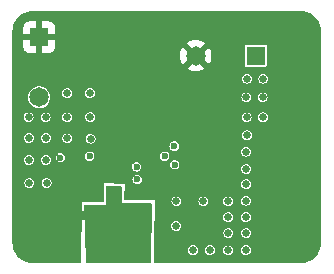
<source format=gbr>
%TF.GenerationSoftware,KiCad,Pcbnew,8.99.0-334-gf341ab9b00*%
%TF.CreationDate,2024-09-09T23:07:31-04:00*%
%TF.ProjectId,Buck Converter,4275636b-2043-46f6-9e76-65727465722e,V1*%
%TF.SameCoordinates,Original*%
%TF.FileFunction,Copper,L2,Inr*%
%TF.FilePolarity,Positive*%
%FSLAX46Y46*%
G04 Gerber Fmt 4.6, Leading zero omitted, Abs format (unit mm)*
G04 Created by KiCad (PCBNEW 8.99.0-334-gf341ab9b00) date 2024-09-09 23:07:31*
%MOMM*%
%LPD*%
G01*
G04 APERTURE LIST*
%TA.AperFunction,ComponentPad*%
%ADD10R,1.650000X1.650000*%
%TD*%
%TA.AperFunction,ComponentPad*%
%ADD11C,1.650000*%
%TD*%
%TA.AperFunction,ViaPad*%
%ADD12C,0.635000*%
%TD*%
%TA.AperFunction,ViaPad*%
%ADD13C,0.600000*%
%TD*%
%TA.AperFunction,Conductor*%
%ADD14C,0.762000*%
%TD*%
G04 APERTURE END LIST*
D10*
%TO.N,GND*%
%TO.C,J1*%
X153175000Y-91925000D03*
D11*
%TO.N,/V_{IN}*%
X153175000Y-97005000D03*
%TD*%
D10*
%TO.N,/V_{OUT}*%
%TO.C,J2*%
X171515000Y-93500000D03*
D11*
%TO.N,GND*%
X166435000Y-93500000D03*
%TD*%
D12*
%TO.N,/V_{OUT}*%
X170675000Y-109950000D03*
X170725000Y-97025000D03*
X170675000Y-107175000D03*
X170775000Y-100250000D03*
X169175000Y-107175000D03*
X172125000Y-98725000D03*
X166200000Y-109950000D03*
X167625000Y-109950000D03*
X170700000Y-104375000D03*
X164800000Y-105825000D03*
X169175000Y-109975000D03*
X170700000Y-103075000D03*
X164775000Y-107900000D03*
X170700000Y-108500000D03*
X170750000Y-98725000D03*
X172150000Y-95450000D03*
X172100000Y-97025000D03*
X170700000Y-101625000D03*
X169175000Y-105825000D03*
X170675000Y-105775000D03*
X170775000Y-95450000D03*
X169200000Y-108500000D03*
X167075000Y-105825000D03*
%TO.N,/V_{IN}*%
X152275000Y-98725000D03*
X152300000Y-100450000D03*
X157500000Y-98700000D03*
X155550000Y-100500000D03*
X152350000Y-104275000D03*
X157525000Y-100525000D03*
X155550000Y-98725000D03*
X152300000Y-102325000D03*
X157475000Y-96675000D03*
X153750000Y-100450000D03*
X153800000Y-104275000D03*
X153725000Y-98725000D03*
X155550000Y-96675000D03*
X153750000Y-102325000D03*
D13*
%TO.N,GND*%
X176600000Y-105700000D03*
X159825000Y-107750000D03*
X163675000Y-103950000D03*
X160700000Y-105350000D03*
X160200000Y-94550000D03*
X163675000Y-105050000D03*
X163675000Y-106050000D03*
X176575000Y-101025000D03*
X161350000Y-109800000D03*
X161200000Y-94550000D03*
X161450000Y-105350000D03*
X160225000Y-109775000D03*
X158275000Y-109675000D03*
X162925000Y-96625000D03*
X156500000Y-109700000D03*
X176575000Y-103350000D03*
X152650000Y-106600000D03*
X155025000Y-104325000D03*
X151600000Y-107750000D03*
X156550000Y-108100000D03*
X152650000Y-107750000D03*
X162925000Y-95700000D03*
X151600000Y-108850000D03*
X156450000Y-106950000D03*
X151600000Y-106600000D03*
X155025000Y-103550000D03*
X162875000Y-97925000D03*
X176600000Y-108075000D03*
X159000000Y-103500000D03*
X162250000Y-94550000D03*
X162875000Y-98825000D03*
X152650000Y-108850000D03*
%TO.N,Net-(IC1-VCC)*%
X161475000Y-103975000D03*
X154975000Y-102125000D03*
%TO.N,Net-(IC1-SW_1)*%
X164650000Y-102725000D03*
X161425000Y-102900000D03*
X163800000Y-102000000D03*
X157450000Y-102000000D03*
X164600000Y-101150000D03*
%TD*%
D14*
%TO.N,GND*%
X156450000Y-106950000D02*
X157400000Y-106950000D01*
X157400000Y-106950000D02*
X157425000Y-106975000D01*
%TD*%
%TA.AperFunction,Conductor*%
%TO.N,GND*%
G36*
X160093039Y-104519685D02*
G01*
X160138794Y-104572489D01*
X160150000Y-104624000D01*
X160150000Y-105950000D01*
X162574983Y-105950000D01*
X162642022Y-105969685D01*
X162687777Y-106022489D01*
X162698979Y-106075012D01*
X162659375Y-110926512D01*
X162639144Y-110993389D01*
X162585968Y-111038711D01*
X162535379Y-111049500D01*
X157241579Y-111049500D01*
X157174540Y-111029815D01*
X157128785Y-110977011D01*
X157117633Y-110929161D01*
X156978771Y-106227661D01*
X156996468Y-106160069D01*
X157047898Y-106112776D01*
X157102717Y-106100000D01*
X158825000Y-106100000D01*
X158825000Y-104624000D01*
X158844685Y-104556961D01*
X158897489Y-104511206D01*
X158949000Y-104500000D01*
X160026000Y-104500000D01*
X160093039Y-104519685D01*
G37*
%TD.AperFunction*%
%TD*%
%TA.AperFunction,Conductor*%
%TO.N,GND*%
G36*
X175313194Y-89714715D02*
G01*
X175356362Y-89714714D01*
X175365206Y-89715029D01*
X175593813Y-89731378D01*
X175611312Y-89733894D01*
X175830926Y-89781667D01*
X175847899Y-89786651D01*
X176058478Y-89865192D01*
X176074566Y-89872539D01*
X176271838Y-89980256D01*
X176286703Y-89989810D01*
X176466626Y-90124498D01*
X176479997Y-90136084D01*
X176638915Y-90295002D01*
X176650501Y-90308373D01*
X176785184Y-90488289D01*
X176794745Y-90503165D01*
X176847621Y-90600000D01*
X176902458Y-90700428D01*
X176909807Y-90716521D01*
X176988348Y-90927100D01*
X176993332Y-90944075D01*
X177041103Y-91163679D01*
X177043621Y-91181192D01*
X177059969Y-91409792D01*
X177060285Y-91418637D01*
X177060285Y-91471793D01*
X177060286Y-91471806D01*
X177060286Y-109345572D01*
X177059970Y-109354418D01*
X177043620Y-109583016D01*
X177041102Y-109600529D01*
X176993329Y-109820134D01*
X176988345Y-109837109D01*
X176909803Y-110047688D01*
X176902453Y-110063781D01*
X176794747Y-110261028D01*
X176785182Y-110275911D01*
X176650494Y-110455833D01*
X176638908Y-110469205D01*
X176479993Y-110628119D01*
X176466622Y-110639704D01*
X176286708Y-110774385D01*
X176271824Y-110783951D01*
X176074565Y-110891660D01*
X176058472Y-110899009D01*
X175847897Y-110977549D01*
X175830921Y-110982533D01*
X175611318Y-111030303D01*
X175593806Y-111032821D01*
X175365009Y-111049183D01*
X175356164Y-111049499D01*
X175303206Y-111049499D01*
X175303194Y-111049500D01*
X163052304Y-111049500D01*
X162985265Y-111029815D01*
X162939510Y-110977011D01*
X162928305Y-110925009D01*
X162932190Y-109950003D01*
X165776790Y-109950003D01*
X165797501Y-110080775D01*
X165797501Y-110080776D01*
X165810241Y-110105779D01*
X165857616Y-110198757D01*
X165857618Y-110198759D01*
X165857620Y-110198762D01*
X165951237Y-110292379D01*
X165951239Y-110292380D01*
X165951243Y-110292384D01*
X166069221Y-110352497D01*
X166069222Y-110352497D01*
X166069224Y-110352498D01*
X166199997Y-110373210D01*
X166200000Y-110373210D01*
X166200003Y-110373210D01*
X166330775Y-110352498D01*
X166330776Y-110352498D01*
X166330777Y-110352497D01*
X166330779Y-110352497D01*
X166448757Y-110292384D01*
X166542384Y-110198757D01*
X166602497Y-110080779D01*
X166602497Y-110080777D01*
X166602498Y-110080776D01*
X166602498Y-110080775D01*
X166623210Y-109950003D01*
X167201790Y-109950003D01*
X167222501Y-110080775D01*
X167222501Y-110080776D01*
X167235241Y-110105779D01*
X167282616Y-110198757D01*
X167282618Y-110198759D01*
X167282620Y-110198762D01*
X167376237Y-110292379D01*
X167376239Y-110292380D01*
X167376243Y-110292384D01*
X167494221Y-110352497D01*
X167494222Y-110352497D01*
X167494224Y-110352498D01*
X167624997Y-110373210D01*
X167625000Y-110373210D01*
X167625003Y-110373210D01*
X167755775Y-110352498D01*
X167755776Y-110352498D01*
X167755777Y-110352497D01*
X167755779Y-110352497D01*
X167873757Y-110292384D01*
X167967384Y-110198757D01*
X168027497Y-110080779D01*
X168027497Y-110080777D01*
X168027498Y-110080776D01*
X168027498Y-110080775D01*
X168044250Y-109975003D01*
X168751790Y-109975003D01*
X168772501Y-110105775D01*
X168772501Y-110105776D01*
X168772503Y-110105779D01*
X168832616Y-110223757D01*
X168832618Y-110223759D01*
X168832620Y-110223762D01*
X168926237Y-110317379D01*
X168926239Y-110317380D01*
X168926243Y-110317384D01*
X169044221Y-110377497D01*
X169044222Y-110377497D01*
X169044224Y-110377498D01*
X169174997Y-110398210D01*
X169175000Y-110398210D01*
X169175003Y-110398210D01*
X169305775Y-110377498D01*
X169305776Y-110377498D01*
X169305777Y-110377497D01*
X169305779Y-110377497D01*
X169423757Y-110317384D01*
X169517384Y-110223757D01*
X169577497Y-110105779D01*
X169577497Y-110105777D01*
X169577498Y-110105776D01*
X169577498Y-110105775D01*
X169598210Y-109975003D01*
X169598210Y-109974996D01*
X169594252Y-109950003D01*
X170251790Y-109950003D01*
X170272501Y-110080775D01*
X170272501Y-110080776D01*
X170285241Y-110105779D01*
X170332616Y-110198757D01*
X170332618Y-110198759D01*
X170332620Y-110198762D01*
X170426237Y-110292379D01*
X170426239Y-110292380D01*
X170426243Y-110292384D01*
X170544221Y-110352497D01*
X170544222Y-110352497D01*
X170544224Y-110352498D01*
X170674997Y-110373210D01*
X170675000Y-110373210D01*
X170675003Y-110373210D01*
X170805775Y-110352498D01*
X170805776Y-110352498D01*
X170805777Y-110352497D01*
X170805779Y-110352497D01*
X170923757Y-110292384D01*
X171017384Y-110198757D01*
X171077497Y-110080779D01*
X171077497Y-110080777D01*
X171077498Y-110080776D01*
X171077498Y-110080775D01*
X171098210Y-109950003D01*
X171098210Y-109949996D01*
X171077498Y-109819224D01*
X171077498Y-109819223D01*
X171077497Y-109819221D01*
X171017384Y-109701243D01*
X171017380Y-109701239D01*
X171017379Y-109701237D01*
X170923762Y-109607620D01*
X170923759Y-109607618D01*
X170923757Y-109607616D01*
X170805779Y-109547503D01*
X170805778Y-109547502D01*
X170805775Y-109547501D01*
X170675003Y-109526790D01*
X170674997Y-109526790D01*
X170544224Y-109547501D01*
X170544223Y-109547501D01*
X170474523Y-109583016D01*
X170426243Y-109607616D01*
X170426242Y-109607617D01*
X170426237Y-109607620D01*
X170332620Y-109701237D01*
X170332617Y-109701242D01*
X170332616Y-109701243D01*
X170319878Y-109726243D01*
X170272501Y-109819223D01*
X170272501Y-109819224D01*
X170251790Y-109949996D01*
X170251790Y-109950003D01*
X169594252Y-109950003D01*
X169577498Y-109844224D01*
X169577498Y-109844223D01*
X169564760Y-109819223D01*
X169517384Y-109726243D01*
X169517380Y-109726239D01*
X169517379Y-109726237D01*
X169423762Y-109632620D01*
X169423759Y-109632618D01*
X169423757Y-109632616D01*
X169305779Y-109572503D01*
X169305778Y-109572502D01*
X169305775Y-109572501D01*
X169175003Y-109551790D01*
X169174997Y-109551790D01*
X169044224Y-109572501D01*
X169044223Y-109572501D01*
X168989211Y-109600532D01*
X168926243Y-109632616D01*
X168926242Y-109632617D01*
X168926237Y-109632620D01*
X168832620Y-109726237D01*
X168832617Y-109726242D01*
X168772501Y-109844223D01*
X168772501Y-109844224D01*
X168751790Y-109974996D01*
X168751790Y-109975003D01*
X168044250Y-109975003D01*
X168048210Y-109950003D01*
X168048210Y-109949996D01*
X168027498Y-109819224D01*
X168027498Y-109819223D01*
X168027497Y-109819221D01*
X167967384Y-109701243D01*
X167967380Y-109701239D01*
X167967379Y-109701237D01*
X167873762Y-109607620D01*
X167873759Y-109607618D01*
X167873757Y-109607616D01*
X167755779Y-109547503D01*
X167755778Y-109547502D01*
X167755775Y-109547501D01*
X167625003Y-109526790D01*
X167624997Y-109526790D01*
X167494224Y-109547501D01*
X167494223Y-109547501D01*
X167424523Y-109583016D01*
X167376243Y-109607616D01*
X167376242Y-109607617D01*
X167376237Y-109607620D01*
X167282620Y-109701237D01*
X167282617Y-109701242D01*
X167282616Y-109701243D01*
X167269878Y-109726243D01*
X167222501Y-109819223D01*
X167222501Y-109819224D01*
X167201790Y-109949996D01*
X167201790Y-109950003D01*
X166623210Y-109950003D01*
X166623210Y-109949996D01*
X166602498Y-109819224D01*
X166602498Y-109819223D01*
X166602497Y-109819221D01*
X166542384Y-109701243D01*
X166542380Y-109701239D01*
X166542379Y-109701237D01*
X166448762Y-109607620D01*
X166448759Y-109607618D01*
X166448757Y-109607616D01*
X166330779Y-109547503D01*
X166330778Y-109547502D01*
X166330775Y-109547501D01*
X166200003Y-109526790D01*
X166199997Y-109526790D01*
X166069224Y-109547501D01*
X166069223Y-109547501D01*
X165999523Y-109583016D01*
X165951243Y-109607616D01*
X165951242Y-109607617D01*
X165951237Y-109607620D01*
X165857620Y-109701237D01*
X165857617Y-109701242D01*
X165857616Y-109701243D01*
X165844878Y-109726243D01*
X165797501Y-109819223D01*
X165797501Y-109819224D01*
X165776790Y-109949996D01*
X165776790Y-109950003D01*
X162932190Y-109950003D01*
X162937967Y-108500003D01*
X168776790Y-108500003D01*
X168797501Y-108630775D01*
X168797501Y-108630776D01*
X168797503Y-108630779D01*
X168857616Y-108748757D01*
X168857618Y-108748759D01*
X168857620Y-108748762D01*
X168951237Y-108842379D01*
X168951239Y-108842380D01*
X168951243Y-108842384D01*
X169069221Y-108902497D01*
X169069222Y-108902497D01*
X169069224Y-108902498D01*
X169199997Y-108923210D01*
X169200000Y-108923210D01*
X169200003Y-108923210D01*
X169330775Y-108902498D01*
X169330776Y-108902498D01*
X169330777Y-108902497D01*
X169330779Y-108902497D01*
X169448757Y-108842384D01*
X169542384Y-108748757D01*
X169602497Y-108630779D01*
X169602497Y-108630777D01*
X169602498Y-108630776D01*
X169602498Y-108630775D01*
X169623210Y-108500003D01*
X170276790Y-108500003D01*
X170297501Y-108630775D01*
X170297501Y-108630776D01*
X170297503Y-108630779D01*
X170357616Y-108748757D01*
X170357618Y-108748759D01*
X170357620Y-108748762D01*
X170451237Y-108842379D01*
X170451239Y-108842380D01*
X170451243Y-108842384D01*
X170569221Y-108902497D01*
X170569222Y-108902497D01*
X170569224Y-108902498D01*
X170699997Y-108923210D01*
X170700000Y-108923210D01*
X170700003Y-108923210D01*
X170830775Y-108902498D01*
X170830776Y-108902498D01*
X170830777Y-108902497D01*
X170830779Y-108902497D01*
X170948757Y-108842384D01*
X171042384Y-108748757D01*
X171102497Y-108630779D01*
X171102497Y-108630777D01*
X171102498Y-108630776D01*
X171102498Y-108630775D01*
X171123210Y-108500003D01*
X171123210Y-108499996D01*
X171102498Y-108369224D01*
X171102498Y-108369223D01*
X171079053Y-108323210D01*
X171042384Y-108251243D01*
X171042380Y-108251239D01*
X171042379Y-108251237D01*
X170948762Y-108157620D01*
X170948759Y-108157618D01*
X170948757Y-108157616D01*
X170830779Y-108097503D01*
X170830778Y-108097502D01*
X170830775Y-108097501D01*
X170700003Y-108076790D01*
X170699997Y-108076790D01*
X170569224Y-108097501D01*
X170569223Y-108097501D01*
X170490569Y-108137578D01*
X170451243Y-108157616D01*
X170451242Y-108157617D01*
X170451237Y-108157620D01*
X170357620Y-108251237D01*
X170357617Y-108251242D01*
X170297501Y-108369223D01*
X170297501Y-108369224D01*
X170276790Y-108499996D01*
X170276790Y-108500003D01*
X169623210Y-108500003D01*
X169623210Y-108499996D01*
X169602498Y-108369224D01*
X169602498Y-108369223D01*
X169579053Y-108323210D01*
X169542384Y-108251243D01*
X169542380Y-108251239D01*
X169542379Y-108251237D01*
X169448762Y-108157620D01*
X169448759Y-108157618D01*
X169448757Y-108157616D01*
X169330779Y-108097503D01*
X169330778Y-108097502D01*
X169330775Y-108097501D01*
X169200003Y-108076790D01*
X169199997Y-108076790D01*
X169069224Y-108097501D01*
X169069223Y-108097501D01*
X168990569Y-108137578D01*
X168951243Y-108157616D01*
X168951242Y-108157617D01*
X168951237Y-108157620D01*
X168857620Y-108251237D01*
X168857617Y-108251242D01*
X168797501Y-108369223D01*
X168797501Y-108369224D01*
X168776790Y-108499996D01*
X168776790Y-108500003D01*
X162937967Y-108500003D01*
X162940357Y-107900003D01*
X164351790Y-107900003D01*
X164372501Y-108030775D01*
X164372501Y-108030776D01*
X164372503Y-108030779D01*
X164432616Y-108148757D01*
X164432618Y-108148759D01*
X164432620Y-108148762D01*
X164526237Y-108242379D01*
X164526239Y-108242380D01*
X164526243Y-108242384D01*
X164644221Y-108302497D01*
X164644222Y-108302497D01*
X164644224Y-108302498D01*
X164774997Y-108323210D01*
X164775000Y-108323210D01*
X164775003Y-108323210D01*
X164905775Y-108302498D01*
X164905776Y-108302498D01*
X164905777Y-108302497D01*
X164905779Y-108302497D01*
X165023757Y-108242384D01*
X165117384Y-108148757D01*
X165177497Y-108030779D01*
X165177497Y-108030777D01*
X165177498Y-108030776D01*
X165177498Y-108030775D01*
X165198210Y-107900003D01*
X165198210Y-107899996D01*
X165177498Y-107769224D01*
X165177498Y-107769223D01*
X165177497Y-107769221D01*
X165117384Y-107651243D01*
X165117380Y-107651239D01*
X165117379Y-107651237D01*
X165023762Y-107557620D01*
X165023759Y-107557618D01*
X165023757Y-107557616D01*
X164905779Y-107497503D01*
X164905778Y-107497502D01*
X164905775Y-107497501D01*
X164775003Y-107476790D01*
X164774997Y-107476790D01*
X164644224Y-107497501D01*
X164644223Y-107497501D01*
X164605202Y-107517384D01*
X164526243Y-107557616D01*
X164526242Y-107557617D01*
X164526237Y-107557620D01*
X164432620Y-107651237D01*
X164432617Y-107651242D01*
X164372501Y-107769223D01*
X164372501Y-107769224D01*
X164351790Y-107899996D01*
X164351790Y-107900003D01*
X162940357Y-107900003D01*
X162943245Y-107175003D01*
X168751790Y-107175003D01*
X168772501Y-107305775D01*
X168772501Y-107305776D01*
X168772503Y-107305779D01*
X168832616Y-107423757D01*
X168832618Y-107423759D01*
X168832620Y-107423762D01*
X168926237Y-107517379D01*
X168926239Y-107517380D01*
X168926243Y-107517384D01*
X169044221Y-107577497D01*
X169044222Y-107577497D01*
X169044224Y-107577498D01*
X169174997Y-107598210D01*
X169175000Y-107598210D01*
X169175003Y-107598210D01*
X169305775Y-107577498D01*
X169305776Y-107577498D01*
X169305777Y-107577497D01*
X169305779Y-107577497D01*
X169423757Y-107517384D01*
X169517384Y-107423757D01*
X169577497Y-107305779D01*
X169577497Y-107305777D01*
X169577498Y-107305776D01*
X169577498Y-107305775D01*
X169598210Y-107175003D01*
X170251790Y-107175003D01*
X170272501Y-107305775D01*
X170272501Y-107305776D01*
X170272503Y-107305779D01*
X170332616Y-107423757D01*
X170332618Y-107423759D01*
X170332620Y-107423762D01*
X170426237Y-107517379D01*
X170426239Y-107517380D01*
X170426243Y-107517384D01*
X170544221Y-107577497D01*
X170544222Y-107577497D01*
X170544224Y-107577498D01*
X170674997Y-107598210D01*
X170675000Y-107598210D01*
X170675003Y-107598210D01*
X170805775Y-107577498D01*
X170805776Y-107577498D01*
X170805777Y-107577497D01*
X170805779Y-107577497D01*
X170923757Y-107517384D01*
X171017384Y-107423757D01*
X171077497Y-107305779D01*
X171077497Y-107305777D01*
X171077498Y-107305776D01*
X171077498Y-107305775D01*
X171098210Y-107175003D01*
X171098210Y-107174996D01*
X171077498Y-107044224D01*
X171077498Y-107044223D01*
X171077497Y-107044221D01*
X171017384Y-106926243D01*
X171017380Y-106926239D01*
X171017379Y-106926237D01*
X170923762Y-106832620D01*
X170923759Y-106832618D01*
X170923757Y-106832616D01*
X170805779Y-106772503D01*
X170805778Y-106772502D01*
X170805775Y-106772501D01*
X170675003Y-106751790D01*
X170674997Y-106751790D01*
X170544224Y-106772501D01*
X170544223Y-106772501D01*
X170465569Y-106812578D01*
X170426243Y-106832616D01*
X170426242Y-106832617D01*
X170426237Y-106832620D01*
X170332620Y-106926237D01*
X170332617Y-106926242D01*
X170272501Y-107044223D01*
X170272501Y-107044224D01*
X170251790Y-107174996D01*
X170251790Y-107175003D01*
X169598210Y-107175003D01*
X169598210Y-107174996D01*
X169577498Y-107044224D01*
X169577498Y-107044223D01*
X169577497Y-107044221D01*
X169517384Y-106926243D01*
X169517380Y-106926239D01*
X169517379Y-106926237D01*
X169423762Y-106832620D01*
X169423759Y-106832618D01*
X169423757Y-106832616D01*
X169305779Y-106772503D01*
X169305778Y-106772502D01*
X169305775Y-106772501D01*
X169175003Y-106751790D01*
X169174997Y-106751790D01*
X169044224Y-106772501D01*
X169044223Y-106772501D01*
X168965569Y-106812578D01*
X168926243Y-106832616D01*
X168926242Y-106832617D01*
X168926237Y-106832620D01*
X168832620Y-106926237D01*
X168832617Y-106926242D01*
X168772501Y-107044223D01*
X168772501Y-107044224D01*
X168751790Y-107174996D01*
X168751790Y-107175003D01*
X162943245Y-107175003D01*
X162948624Y-105825003D01*
X164376790Y-105825003D01*
X164397501Y-105955775D01*
X164397501Y-105955776D01*
X164397503Y-105955779D01*
X164457616Y-106073757D01*
X164457618Y-106073759D01*
X164457620Y-106073762D01*
X164551237Y-106167379D01*
X164551239Y-106167380D01*
X164551243Y-106167384D01*
X164669221Y-106227497D01*
X164669222Y-106227497D01*
X164669224Y-106227498D01*
X164799997Y-106248210D01*
X164800000Y-106248210D01*
X164800003Y-106248210D01*
X164930775Y-106227498D01*
X164930776Y-106227498D01*
X164930777Y-106227497D01*
X164930779Y-106227497D01*
X165048757Y-106167384D01*
X165142384Y-106073757D01*
X165202497Y-105955779D01*
X165202497Y-105955777D01*
X165202498Y-105955776D01*
X165202498Y-105955775D01*
X165223210Y-105825003D01*
X166651790Y-105825003D01*
X166672501Y-105955775D01*
X166672501Y-105955776D01*
X166672503Y-105955779D01*
X166732616Y-106073757D01*
X166732618Y-106073759D01*
X166732620Y-106073762D01*
X166826237Y-106167379D01*
X166826239Y-106167380D01*
X166826243Y-106167384D01*
X166944221Y-106227497D01*
X166944222Y-106227497D01*
X166944224Y-106227498D01*
X167074997Y-106248210D01*
X167075000Y-106248210D01*
X167075003Y-106248210D01*
X167205775Y-106227498D01*
X167205776Y-106227498D01*
X167205777Y-106227497D01*
X167205779Y-106227497D01*
X167323757Y-106167384D01*
X167417384Y-106073757D01*
X167477497Y-105955779D01*
X167477497Y-105955777D01*
X167477498Y-105955776D01*
X167477498Y-105955775D01*
X167498210Y-105825003D01*
X168751790Y-105825003D01*
X168772501Y-105955775D01*
X168772501Y-105955776D01*
X168772503Y-105955779D01*
X168832616Y-106073757D01*
X168832618Y-106073759D01*
X168832620Y-106073762D01*
X168926237Y-106167379D01*
X168926239Y-106167380D01*
X168926243Y-106167384D01*
X169044221Y-106227497D01*
X169044222Y-106227497D01*
X169044224Y-106227498D01*
X169174997Y-106248210D01*
X169175000Y-106248210D01*
X169175003Y-106248210D01*
X169305775Y-106227498D01*
X169305776Y-106227498D01*
X169305777Y-106227497D01*
X169305779Y-106227497D01*
X169423757Y-106167384D01*
X169517384Y-106073757D01*
X169577497Y-105955779D01*
X169577497Y-105955777D01*
X169577498Y-105955776D01*
X169577498Y-105955775D01*
X169598210Y-105825003D01*
X169598210Y-105824996D01*
X169590292Y-105775003D01*
X170251790Y-105775003D01*
X170272501Y-105905775D01*
X170272501Y-105905776D01*
X170291761Y-105943575D01*
X170332616Y-106023757D01*
X170332618Y-106023759D01*
X170332620Y-106023762D01*
X170426237Y-106117379D01*
X170426239Y-106117380D01*
X170426243Y-106117384D01*
X170544221Y-106177497D01*
X170544222Y-106177497D01*
X170544224Y-106177498D01*
X170674997Y-106198210D01*
X170675000Y-106198210D01*
X170675003Y-106198210D01*
X170805775Y-106177498D01*
X170805776Y-106177498D01*
X170805777Y-106177497D01*
X170805779Y-106177497D01*
X170923757Y-106117384D01*
X171017384Y-106023757D01*
X171077497Y-105905779D01*
X171077497Y-105905777D01*
X171077498Y-105905776D01*
X171077498Y-105905775D01*
X171098210Y-105775003D01*
X171098210Y-105774996D01*
X171077498Y-105644224D01*
X171077498Y-105644223D01*
X171077497Y-105644221D01*
X171017384Y-105526243D01*
X171017380Y-105526239D01*
X171017379Y-105526237D01*
X170923762Y-105432620D01*
X170923759Y-105432618D01*
X170923757Y-105432616D01*
X170805779Y-105372503D01*
X170805778Y-105372502D01*
X170805775Y-105372501D01*
X170675003Y-105351790D01*
X170674997Y-105351790D01*
X170544224Y-105372501D01*
X170544223Y-105372501D01*
X170486742Y-105401790D01*
X170426243Y-105432616D01*
X170426242Y-105432617D01*
X170426237Y-105432620D01*
X170332620Y-105526237D01*
X170332617Y-105526242D01*
X170272501Y-105644223D01*
X170272501Y-105644224D01*
X170251790Y-105774996D01*
X170251790Y-105775003D01*
X169590292Y-105775003D01*
X169577498Y-105694224D01*
X169577498Y-105694223D01*
X169552022Y-105644224D01*
X169517384Y-105576243D01*
X169517380Y-105576239D01*
X169517379Y-105576237D01*
X169423762Y-105482620D01*
X169423759Y-105482618D01*
X169423757Y-105482616D01*
X169305779Y-105422503D01*
X169305778Y-105422502D01*
X169305775Y-105422501D01*
X169175003Y-105401790D01*
X169174997Y-105401790D01*
X169044224Y-105422501D01*
X169044223Y-105422501D01*
X168965569Y-105462578D01*
X168926243Y-105482616D01*
X168926242Y-105482617D01*
X168926237Y-105482620D01*
X168832620Y-105576237D01*
X168832617Y-105576242D01*
X168772501Y-105694223D01*
X168772501Y-105694224D01*
X168751790Y-105824996D01*
X168751790Y-105825003D01*
X167498210Y-105825003D01*
X167498210Y-105824996D01*
X167477498Y-105694224D01*
X167477498Y-105694223D01*
X167452022Y-105644224D01*
X167417384Y-105576243D01*
X167417380Y-105576239D01*
X167417379Y-105576237D01*
X167323762Y-105482620D01*
X167323759Y-105482618D01*
X167323757Y-105482616D01*
X167205779Y-105422503D01*
X167205778Y-105422502D01*
X167205775Y-105422501D01*
X167075003Y-105401790D01*
X167074997Y-105401790D01*
X166944224Y-105422501D01*
X166944223Y-105422501D01*
X166865569Y-105462578D01*
X166826243Y-105482616D01*
X166826242Y-105482617D01*
X166826237Y-105482620D01*
X166732620Y-105576237D01*
X166732617Y-105576242D01*
X166672501Y-105694223D01*
X166672501Y-105694224D01*
X166651790Y-105824996D01*
X166651790Y-105825003D01*
X165223210Y-105825003D01*
X165223210Y-105824996D01*
X165202498Y-105694224D01*
X165202498Y-105694223D01*
X165177022Y-105644224D01*
X165142384Y-105576243D01*
X165142380Y-105576239D01*
X165142379Y-105576237D01*
X165048762Y-105482620D01*
X165048759Y-105482618D01*
X165048757Y-105482616D01*
X164930779Y-105422503D01*
X164930778Y-105422502D01*
X164930775Y-105422501D01*
X164800003Y-105401790D01*
X164799997Y-105401790D01*
X164669224Y-105422501D01*
X164669223Y-105422501D01*
X164590569Y-105462578D01*
X164551243Y-105482616D01*
X164551242Y-105482617D01*
X164551237Y-105482620D01*
X164457620Y-105576237D01*
X164457617Y-105576242D01*
X164397501Y-105694223D01*
X164397501Y-105694224D01*
X164376790Y-105824996D01*
X164376790Y-105825003D01*
X162948624Y-105825003D01*
X162948980Y-105735741D01*
X162948979Y-105735741D01*
X162948978Y-105735740D01*
X160458731Y-105749273D01*
X160391585Y-105729953D01*
X160345544Y-105677399D01*
X160334361Y-105616597D01*
X160425000Y-104325000D01*
X158673980Y-104310741D01*
X158673979Y-104310741D01*
X158651853Y-105800257D01*
X158631175Y-105866996D01*
X158577697Y-105911962D01*
X158525271Y-105922388D01*
X156775000Y-105885740D01*
X156712907Y-110927027D01*
X156692398Y-110993819D01*
X156639034Y-111038920D01*
X156588916Y-111049500D01*
X152671806Y-111049500D01*
X152671794Y-111049499D01*
X152618637Y-111049499D01*
X152609792Y-111049183D01*
X152381191Y-111032835D01*
X152363679Y-111030317D01*
X152144074Y-110982546D01*
X152127098Y-110977562D01*
X151916515Y-110899020D01*
X151900422Y-110891670D01*
X151703177Y-110783967D01*
X151688293Y-110774403D01*
X151508364Y-110639712D01*
X151495000Y-110628132D01*
X151336072Y-110469205D01*
X151324494Y-110455843D01*
X151189805Y-110275920D01*
X151180240Y-110261036D01*
X151095461Y-110105776D01*
X151072530Y-110063781D01*
X151065186Y-110047701D01*
X150986636Y-109837103D01*
X150981657Y-109820145D01*
X150933883Y-109600526D01*
X150931366Y-109583020D01*
X150929132Y-109551790D01*
X150915030Y-109354613D01*
X150914714Y-109345767D01*
X150914714Y-104275003D01*
X151926790Y-104275003D01*
X151947501Y-104405775D01*
X151947501Y-104405776D01*
X151947503Y-104405779D01*
X152007616Y-104523757D01*
X152007618Y-104523759D01*
X152007620Y-104523762D01*
X152101237Y-104617379D01*
X152101239Y-104617380D01*
X152101243Y-104617384D01*
X152219221Y-104677497D01*
X152219222Y-104677497D01*
X152219224Y-104677498D01*
X152349997Y-104698210D01*
X152350000Y-104698210D01*
X152350003Y-104698210D01*
X152480775Y-104677498D01*
X152480776Y-104677498D01*
X152480777Y-104677497D01*
X152480779Y-104677497D01*
X152598757Y-104617384D01*
X152692384Y-104523757D01*
X152752497Y-104405779D01*
X152752497Y-104405777D01*
X152752498Y-104405776D01*
X152752498Y-104405775D01*
X152773210Y-104275003D01*
X153376790Y-104275003D01*
X153397501Y-104405775D01*
X153397501Y-104405776D01*
X153397503Y-104405779D01*
X153457616Y-104523757D01*
X153457618Y-104523759D01*
X153457620Y-104523762D01*
X153551237Y-104617379D01*
X153551239Y-104617380D01*
X153551243Y-104617384D01*
X153669221Y-104677497D01*
X153669222Y-104677497D01*
X153669224Y-104677498D01*
X153799997Y-104698210D01*
X153800000Y-104698210D01*
X153800003Y-104698210D01*
X153930775Y-104677498D01*
X153930776Y-104677498D01*
X153930777Y-104677497D01*
X153930779Y-104677497D01*
X154048757Y-104617384D01*
X154142384Y-104523757D01*
X154202497Y-104405779D01*
X154202497Y-104405777D01*
X154202498Y-104405776D01*
X154202498Y-104405775D01*
X154223210Y-104275003D01*
X154223210Y-104274996D01*
X154202498Y-104144224D01*
X154202498Y-104144223D01*
X154202497Y-104144221D01*
X154142384Y-104026243D01*
X154142380Y-104026239D01*
X154142379Y-104026237D01*
X154091145Y-103975003D01*
X161069508Y-103975003D01*
X161089352Y-104100300D01*
X161089352Y-104100301D01*
X161102570Y-104126242D01*
X161146950Y-104213342D01*
X161146952Y-104213344D01*
X161146954Y-104213347D01*
X161236652Y-104303045D01*
X161236654Y-104303046D01*
X161236658Y-104303050D01*
X161349696Y-104360646D01*
X161349697Y-104360646D01*
X161349699Y-104360647D01*
X161474997Y-104380492D01*
X161475000Y-104380492D01*
X161475003Y-104380492D01*
X161509659Y-104375003D01*
X170276790Y-104375003D01*
X170297501Y-104505775D01*
X170297501Y-104505776D01*
X170297503Y-104505779D01*
X170357616Y-104623757D01*
X170357618Y-104623759D01*
X170357620Y-104623762D01*
X170451237Y-104717379D01*
X170451239Y-104717380D01*
X170451243Y-104717384D01*
X170569221Y-104777497D01*
X170569222Y-104777497D01*
X170569224Y-104777498D01*
X170699997Y-104798210D01*
X170700000Y-104798210D01*
X170700003Y-104798210D01*
X170830775Y-104777498D01*
X170830776Y-104777498D01*
X170830777Y-104777497D01*
X170830779Y-104777497D01*
X170948757Y-104717384D01*
X171042384Y-104623757D01*
X171102497Y-104505779D01*
X171102497Y-104505777D01*
X171102498Y-104505776D01*
X171102498Y-104505775D01*
X171123210Y-104375003D01*
X171123210Y-104374996D01*
X171102498Y-104244224D01*
X171102498Y-104244223D01*
X171102497Y-104244221D01*
X171042384Y-104126243D01*
X171042380Y-104126239D01*
X171042379Y-104126237D01*
X170948762Y-104032620D01*
X170948759Y-104032618D01*
X170948757Y-104032616D01*
X170830779Y-103972503D01*
X170830778Y-103972502D01*
X170830775Y-103972501D01*
X170700003Y-103951790D01*
X170699997Y-103951790D01*
X170569224Y-103972501D01*
X170569223Y-103972501D01*
X170490569Y-104012578D01*
X170451243Y-104032616D01*
X170451242Y-104032617D01*
X170451237Y-104032620D01*
X170357620Y-104126237D01*
X170357617Y-104126242D01*
X170297501Y-104244223D01*
X170297501Y-104244224D01*
X170276790Y-104374996D01*
X170276790Y-104375003D01*
X161509659Y-104375003D01*
X161600300Y-104360647D01*
X161600301Y-104360647D01*
X161600302Y-104360646D01*
X161600304Y-104360646D01*
X161713342Y-104303050D01*
X161803050Y-104213342D01*
X161860646Y-104100304D01*
X161860646Y-104100302D01*
X161860647Y-104100301D01*
X161860647Y-104100300D01*
X161880492Y-103975003D01*
X161880492Y-103974996D01*
X161860647Y-103849699D01*
X161860647Y-103849698D01*
X161860646Y-103849696D01*
X161803050Y-103736658D01*
X161803046Y-103736654D01*
X161803045Y-103736652D01*
X161713347Y-103646954D01*
X161713344Y-103646952D01*
X161713342Y-103646950D01*
X161600304Y-103589354D01*
X161600303Y-103589353D01*
X161600300Y-103589352D01*
X161475003Y-103569508D01*
X161474997Y-103569508D01*
X161349699Y-103589352D01*
X161349698Y-103589352D01*
X161274337Y-103627751D01*
X161236658Y-103646950D01*
X161236657Y-103646951D01*
X161236652Y-103646954D01*
X161146954Y-103736652D01*
X161146951Y-103736657D01*
X161089352Y-103849698D01*
X161089352Y-103849699D01*
X161069508Y-103974996D01*
X161069508Y-103975003D01*
X154091145Y-103975003D01*
X154048762Y-103932620D01*
X154048759Y-103932618D01*
X154048757Y-103932616D01*
X153930779Y-103872503D01*
X153930778Y-103872502D01*
X153930775Y-103872501D01*
X153800003Y-103851790D01*
X153799997Y-103851790D01*
X153669224Y-103872501D01*
X153669223Y-103872501D01*
X153590569Y-103912578D01*
X153551243Y-103932616D01*
X153551242Y-103932617D01*
X153551237Y-103932620D01*
X153457620Y-104026237D01*
X153457617Y-104026242D01*
X153457616Y-104026243D01*
X153454367Y-104032620D01*
X153397501Y-104144223D01*
X153397501Y-104144224D01*
X153376790Y-104274996D01*
X153376790Y-104275003D01*
X152773210Y-104275003D01*
X152773210Y-104274996D01*
X152752498Y-104144224D01*
X152752498Y-104144223D01*
X152752497Y-104144221D01*
X152692384Y-104026243D01*
X152692380Y-104026239D01*
X152692379Y-104026237D01*
X152598762Y-103932620D01*
X152598759Y-103932618D01*
X152598757Y-103932616D01*
X152480779Y-103872503D01*
X152480778Y-103872502D01*
X152480775Y-103872501D01*
X152350003Y-103851790D01*
X152349997Y-103851790D01*
X152219224Y-103872501D01*
X152219223Y-103872501D01*
X152140569Y-103912578D01*
X152101243Y-103932616D01*
X152101242Y-103932617D01*
X152101237Y-103932620D01*
X152007620Y-104026237D01*
X152007617Y-104026242D01*
X152007616Y-104026243D01*
X152004367Y-104032620D01*
X151947501Y-104144223D01*
X151947501Y-104144224D01*
X151926790Y-104274996D01*
X151926790Y-104275003D01*
X150914714Y-104275003D01*
X150914714Y-102900003D01*
X161019508Y-102900003D01*
X161039352Y-103025300D01*
X161039352Y-103025301D01*
X161039354Y-103025304D01*
X161096950Y-103138342D01*
X161096952Y-103138344D01*
X161096954Y-103138347D01*
X161186652Y-103228045D01*
X161186654Y-103228046D01*
X161186658Y-103228050D01*
X161299696Y-103285646D01*
X161299697Y-103285646D01*
X161299699Y-103285647D01*
X161424997Y-103305492D01*
X161425000Y-103305492D01*
X161425003Y-103305492D01*
X161550300Y-103285647D01*
X161550301Y-103285647D01*
X161550302Y-103285646D01*
X161550304Y-103285646D01*
X161663342Y-103228050D01*
X161753050Y-103138342D01*
X161810646Y-103025304D01*
X161810646Y-103025302D01*
X161810647Y-103025301D01*
X161810647Y-103025300D01*
X161830492Y-102900003D01*
X161830492Y-102899996D01*
X161810647Y-102774699D01*
X161810647Y-102774698D01*
X161810646Y-102774696D01*
X161785326Y-102725003D01*
X164244508Y-102725003D01*
X164264352Y-102850300D01*
X164264352Y-102850301D01*
X164264354Y-102850304D01*
X164321950Y-102963342D01*
X164321952Y-102963344D01*
X164321954Y-102963347D01*
X164411652Y-103053045D01*
X164411654Y-103053046D01*
X164411658Y-103053050D01*
X164524696Y-103110646D01*
X164524697Y-103110646D01*
X164524699Y-103110647D01*
X164649997Y-103130492D01*
X164650000Y-103130492D01*
X164650003Y-103130492D01*
X164775300Y-103110647D01*
X164775301Y-103110647D01*
X164775302Y-103110646D01*
X164775304Y-103110646D01*
X164845257Y-103075003D01*
X170276790Y-103075003D01*
X170297501Y-103205775D01*
X170297501Y-103205776D01*
X170316761Y-103243575D01*
X170357616Y-103323757D01*
X170357618Y-103323759D01*
X170357620Y-103323762D01*
X170451237Y-103417379D01*
X170451239Y-103417380D01*
X170451243Y-103417384D01*
X170569221Y-103477497D01*
X170569222Y-103477497D01*
X170569224Y-103477498D01*
X170699997Y-103498210D01*
X170700000Y-103498210D01*
X170700003Y-103498210D01*
X170830775Y-103477498D01*
X170830776Y-103477498D01*
X170830777Y-103477497D01*
X170830779Y-103477497D01*
X170948757Y-103417384D01*
X171042384Y-103323757D01*
X171102497Y-103205779D01*
X171102497Y-103205777D01*
X171102498Y-103205776D01*
X171102498Y-103205775D01*
X171123210Y-103075003D01*
X171123210Y-103074996D01*
X171102498Y-102944224D01*
X171102498Y-102944223D01*
X171102497Y-102944221D01*
X171042384Y-102826243D01*
X171042380Y-102826239D01*
X171042379Y-102826237D01*
X170948762Y-102732620D01*
X170948759Y-102732618D01*
X170948757Y-102732616D01*
X170830779Y-102672503D01*
X170830778Y-102672502D01*
X170830775Y-102672501D01*
X170700003Y-102651790D01*
X170699997Y-102651790D01*
X170569224Y-102672501D01*
X170569223Y-102672501D01*
X170490569Y-102712578D01*
X170451243Y-102732616D01*
X170451242Y-102732617D01*
X170451237Y-102732620D01*
X170357620Y-102826237D01*
X170357617Y-102826242D01*
X170297501Y-102944223D01*
X170297501Y-102944224D01*
X170276790Y-103074996D01*
X170276790Y-103075003D01*
X164845257Y-103075003D01*
X164888342Y-103053050D01*
X164978050Y-102963342D01*
X165035646Y-102850304D01*
X165035646Y-102850302D01*
X165035647Y-102850301D01*
X165035647Y-102850300D01*
X165055492Y-102725003D01*
X165055492Y-102724996D01*
X165035647Y-102599699D01*
X165035647Y-102599698D01*
X165022429Y-102573757D01*
X164978050Y-102486658D01*
X164978046Y-102486654D01*
X164978045Y-102486652D01*
X164888347Y-102396954D01*
X164888344Y-102396952D01*
X164888342Y-102396950D01*
X164775304Y-102339354D01*
X164775303Y-102339353D01*
X164775300Y-102339352D01*
X164650003Y-102319508D01*
X164649997Y-102319508D01*
X164524699Y-102339352D01*
X164524698Y-102339352D01*
X164477607Y-102363347D01*
X164411658Y-102396950D01*
X164411657Y-102396951D01*
X164411652Y-102396954D01*
X164321954Y-102486652D01*
X164321951Y-102486657D01*
X164321950Y-102486658D01*
X164309727Y-102510647D01*
X164264352Y-102599698D01*
X164264352Y-102599699D01*
X164244508Y-102724996D01*
X164244508Y-102725003D01*
X161785326Y-102725003D01*
X161753050Y-102661658D01*
X161753046Y-102661654D01*
X161753045Y-102661652D01*
X161663347Y-102571954D01*
X161663344Y-102571952D01*
X161663342Y-102571950D01*
X161550304Y-102514354D01*
X161550303Y-102514353D01*
X161550300Y-102514352D01*
X161425003Y-102494508D01*
X161424997Y-102494508D01*
X161299699Y-102514352D01*
X161299698Y-102514352D01*
X161224337Y-102552751D01*
X161186658Y-102571950D01*
X161186657Y-102571951D01*
X161186652Y-102571954D01*
X161096954Y-102661652D01*
X161096951Y-102661657D01*
X161096950Y-102661658D01*
X161077751Y-102699337D01*
X161039352Y-102774698D01*
X161039352Y-102774699D01*
X161019508Y-102899996D01*
X161019508Y-102900003D01*
X150914714Y-102900003D01*
X150914714Y-102325003D01*
X151876790Y-102325003D01*
X151897501Y-102455775D01*
X151897501Y-102455776D01*
X151897503Y-102455779D01*
X151957616Y-102573757D01*
X151957618Y-102573759D01*
X151957620Y-102573762D01*
X152051237Y-102667379D01*
X152051239Y-102667380D01*
X152051243Y-102667384D01*
X152169221Y-102727497D01*
X152169222Y-102727497D01*
X152169224Y-102727498D01*
X152299997Y-102748210D01*
X152300000Y-102748210D01*
X152300003Y-102748210D01*
X152430775Y-102727498D01*
X152430776Y-102727498D01*
X152430777Y-102727497D01*
X152430779Y-102727497D01*
X152548757Y-102667384D01*
X152642384Y-102573757D01*
X152702497Y-102455779D01*
X152702497Y-102455777D01*
X152702498Y-102455776D01*
X152702498Y-102455775D01*
X152723210Y-102325003D01*
X153326790Y-102325003D01*
X153347501Y-102455775D01*
X153347501Y-102455776D01*
X153347503Y-102455779D01*
X153407616Y-102573757D01*
X153407618Y-102573759D01*
X153407620Y-102573762D01*
X153501237Y-102667379D01*
X153501239Y-102667380D01*
X153501243Y-102667384D01*
X153619221Y-102727497D01*
X153619222Y-102727497D01*
X153619224Y-102727498D01*
X153749997Y-102748210D01*
X153750000Y-102748210D01*
X153750003Y-102748210D01*
X153880775Y-102727498D01*
X153880776Y-102727498D01*
X153880777Y-102727497D01*
X153880779Y-102727497D01*
X153998757Y-102667384D01*
X154092384Y-102573757D01*
X154152497Y-102455779D01*
X154152497Y-102455777D01*
X154152498Y-102455776D01*
X154152498Y-102455775D01*
X154173210Y-102325003D01*
X154173210Y-102324996D01*
X154152498Y-102194224D01*
X154152498Y-102194223D01*
X154152497Y-102194221D01*
X154117229Y-102125003D01*
X154569508Y-102125003D01*
X154589352Y-102250300D01*
X154589352Y-102250301D01*
X154589354Y-102250304D01*
X154646950Y-102363342D01*
X154646952Y-102363344D01*
X154646954Y-102363347D01*
X154736652Y-102453045D01*
X154736654Y-102453046D01*
X154736658Y-102453050D01*
X154849696Y-102510646D01*
X154849697Y-102510646D01*
X154849699Y-102510647D01*
X154974997Y-102530492D01*
X154975000Y-102530492D01*
X154975003Y-102530492D01*
X155100300Y-102510647D01*
X155100301Y-102510647D01*
X155100302Y-102510646D01*
X155100304Y-102510646D01*
X155213342Y-102453050D01*
X155303050Y-102363342D01*
X155360646Y-102250304D01*
X155360646Y-102250302D01*
X155360647Y-102250301D01*
X155360647Y-102250300D01*
X155380492Y-102125003D01*
X155380492Y-102124996D01*
X155360695Y-102000003D01*
X157044508Y-102000003D01*
X157064352Y-102125300D01*
X157064352Y-102125301D01*
X157064354Y-102125304D01*
X157121950Y-102238342D01*
X157121952Y-102238344D01*
X157121954Y-102238347D01*
X157211652Y-102328045D01*
X157211654Y-102328046D01*
X157211658Y-102328050D01*
X157324696Y-102385646D01*
X157324697Y-102385646D01*
X157324699Y-102385647D01*
X157449997Y-102405492D01*
X157450000Y-102405492D01*
X157450003Y-102405492D01*
X157575300Y-102385647D01*
X157575301Y-102385647D01*
X157575302Y-102385646D01*
X157575304Y-102385646D01*
X157688342Y-102328050D01*
X157778050Y-102238342D01*
X157835646Y-102125304D01*
X157835646Y-102125302D01*
X157835647Y-102125301D01*
X157835647Y-102125300D01*
X157855492Y-102000003D01*
X163394508Y-102000003D01*
X163414352Y-102125300D01*
X163414352Y-102125301D01*
X163414354Y-102125304D01*
X163471950Y-102238342D01*
X163471952Y-102238344D01*
X163471954Y-102238347D01*
X163561652Y-102328045D01*
X163561654Y-102328046D01*
X163561658Y-102328050D01*
X163674696Y-102385646D01*
X163674697Y-102385646D01*
X163674699Y-102385647D01*
X163799997Y-102405492D01*
X163800000Y-102405492D01*
X163800003Y-102405492D01*
X163925300Y-102385647D01*
X163925301Y-102385647D01*
X163925302Y-102385646D01*
X163925304Y-102385646D01*
X164038342Y-102328050D01*
X164128050Y-102238342D01*
X164185646Y-102125304D01*
X164185646Y-102125302D01*
X164185647Y-102125301D01*
X164185647Y-102125300D01*
X164205492Y-102000003D01*
X164205492Y-101999996D01*
X164185647Y-101874699D01*
X164185647Y-101874698D01*
X164185168Y-101873757D01*
X164128050Y-101761658D01*
X164128046Y-101761654D01*
X164128045Y-101761652D01*
X164038347Y-101671954D01*
X164038344Y-101671952D01*
X164038342Y-101671950D01*
X163946204Y-101625003D01*
X170276790Y-101625003D01*
X170297501Y-101755775D01*
X170297501Y-101755776D01*
X170316761Y-101793575D01*
X170357616Y-101873757D01*
X170357618Y-101873759D01*
X170357620Y-101873762D01*
X170451237Y-101967379D01*
X170451239Y-101967380D01*
X170451243Y-101967384D01*
X170569221Y-102027497D01*
X170569222Y-102027497D01*
X170569224Y-102027498D01*
X170699997Y-102048210D01*
X170700000Y-102048210D01*
X170700003Y-102048210D01*
X170830775Y-102027498D01*
X170830776Y-102027498D01*
X170830777Y-102027497D01*
X170830779Y-102027497D01*
X170948757Y-101967384D01*
X171042384Y-101873757D01*
X171102497Y-101755779D01*
X171102497Y-101755777D01*
X171102498Y-101755776D01*
X171102498Y-101755775D01*
X171123210Y-101625003D01*
X171123210Y-101624996D01*
X171102498Y-101494224D01*
X171102498Y-101494223D01*
X171094255Y-101478045D01*
X171042384Y-101376243D01*
X171042380Y-101376239D01*
X171042379Y-101376237D01*
X170948762Y-101282620D01*
X170948759Y-101282618D01*
X170948757Y-101282616D01*
X170830779Y-101222503D01*
X170830778Y-101222502D01*
X170830775Y-101222501D01*
X170700003Y-101201790D01*
X170699997Y-101201790D01*
X170569224Y-101222501D01*
X170569223Y-101222501D01*
X170490569Y-101262578D01*
X170451243Y-101282616D01*
X170451242Y-101282617D01*
X170451237Y-101282620D01*
X170357620Y-101376237D01*
X170357617Y-101376242D01*
X170357616Y-101376243D01*
X170351449Y-101388347D01*
X170297501Y-101494223D01*
X170297501Y-101494224D01*
X170276790Y-101624996D01*
X170276790Y-101625003D01*
X163946204Y-101625003D01*
X163925304Y-101614354D01*
X163925303Y-101614353D01*
X163925300Y-101614352D01*
X163800003Y-101594508D01*
X163799997Y-101594508D01*
X163674699Y-101614352D01*
X163674698Y-101614352D01*
X163599337Y-101652751D01*
X163561658Y-101671950D01*
X163561657Y-101671951D01*
X163561652Y-101671954D01*
X163471954Y-101761652D01*
X163471951Y-101761657D01*
X163414352Y-101874698D01*
X163414352Y-101874699D01*
X163394508Y-101999996D01*
X163394508Y-102000003D01*
X157855492Y-102000003D01*
X157855492Y-101999996D01*
X157835647Y-101874699D01*
X157835647Y-101874698D01*
X157835168Y-101873757D01*
X157778050Y-101761658D01*
X157778046Y-101761654D01*
X157778045Y-101761652D01*
X157688347Y-101671954D01*
X157688344Y-101671952D01*
X157688342Y-101671950D01*
X157575304Y-101614354D01*
X157575303Y-101614353D01*
X157575300Y-101614352D01*
X157450003Y-101594508D01*
X157449997Y-101594508D01*
X157324699Y-101614352D01*
X157324698Y-101614352D01*
X157249337Y-101652751D01*
X157211658Y-101671950D01*
X157211657Y-101671951D01*
X157211652Y-101671954D01*
X157121954Y-101761652D01*
X157121951Y-101761657D01*
X157064352Y-101874698D01*
X157064352Y-101874699D01*
X157044508Y-101999996D01*
X157044508Y-102000003D01*
X155360695Y-102000003D01*
X155360647Y-101999699D01*
X155360647Y-101999698D01*
X155344181Y-101967382D01*
X155303050Y-101886658D01*
X155303046Y-101886654D01*
X155303045Y-101886652D01*
X155213347Y-101796954D01*
X155213344Y-101796952D01*
X155213342Y-101796950D01*
X155100304Y-101739354D01*
X155100303Y-101739353D01*
X155100300Y-101739352D01*
X154975003Y-101719508D01*
X154974997Y-101719508D01*
X154849699Y-101739352D01*
X154849698Y-101739352D01*
X154774337Y-101777751D01*
X154736658Y-101796950D01*
X154736657Y-101796951D01*
X154736652Y-101796954D01*
X154646954Y-101886652D01*
X154646951Y-101886657D01*
X154589352Y-101999698D01*
X154589352Y-101999699D01*
X154569508Y-102124996D01*
X154569508Y-102125003D01*
X154117229Y-102125003D01*
X154092384Y-102076243D01*
X154092380Y-102076239D01*
X154092379Y-102076237D01*
X153998762Y-101982620D01*
X153998759Y-101982618D01*
X153998757Y-101982616D01*
X153880779Y-101922503D01*
X153880778Y-101922502D01*
X153880775Y-101922501D01*
X153750003Y-101901790D01*
X153749997Y-101901790D01*
X153619224Y-101922501D01*
X153619223Y-101922501D01*
X153540569Y-101962578D01*
X153501243Y-101982616D01*
X153501242Y-101982617D01*
X153501237Y-101982620D01*
X153407620Y-102076237D01*
X153407617Y-102076242D01*
X153347501Y-102194223D01*
X153347501Y-102194224D01*
X153326790Y-102324996D01*
X153326790Y-102325003D01*
X152723210Y-102325003D01*
X152723210Y-102324996D01*
X152702498Y-102194224D01*
X152702498Y-102194223D01*
X152702497Y-102194221D01*
X152642384Y-102076243D01*
X152642380Y-102076239D01*
X152642379Y-102076237D01*
X152548762Y-101982620D01*
X152548759Y-101982618D01*
X152548757Y-101982616D01*
X152430779Y-101922503D01*
X152430778Y-101922502D01*
X152430775Y-101922501D01*
X152300003Y-101901790D01*
X152299997Y-101901790D01*
X152169224Y-101922501D01*
X152169223Y-101922501D01*
X152090569Y-101962578D01*
X152051243Y-101982616D01*
X152051242Y-101982617D01*
X152051237Y-101982620D01*
X151957620Y-102076237D01*
X151957617Y-102076242D01*
X151897501Y-102194223D01*
X151897501Y-102194224D01*
X151876790Y-102324996D01*
X151876790Y-102325003D01*
X150914714Y-102325003D01*
X150914714Y-101150003D01*
X164194508Y-101150003D01*
X164214352Y-101275300D01*
X164214352Y-101275301D01*
X164232805Y-101311517D01*
X164271950Y-101388342D01*
X164271952Y-101388344D01*
X164271954Y-101388347D01*
X164361652Y-101478045D01*
X164361654Y-101478046D01*
X164361658Y-101478050D01*
X164474696Y-101535646D01*
X164474697Y-101535646D01*
X164474699Y-101535647D01*
X164599997Y-101555492D01*
X164600000Y-101555492D01*
X164600003Y-101555492D01*
X164725300Y-101535647D01*
X164725301Y-101535647D01*
X164725302Y-101535646D01*
X164725304Y-101535646D01*
X164838342Y-101478050D01*
X164928050Y-101388342D01*
X164985646Y-101275304D01*
X164985646Y-101275302D01*
X164985647Y-101275301D01*
X164985647Y-101275300D01*
X165005492Y-101150003D01*
X165005492Y-101149996D01*
X164985647Y-101024699D01*
X164985647Y-101024698D01*
X164985646Y-101024696D01*
X164928050Y-100911658D01*
X164928046Y-100911654D01*
X164928045Y-100911652D01*
X164838347Y-100821954D01*
X164838344Y-100821952D01*
X164838342Y-100821950D01*
X164725304Y-100764354D01*
X164725303Y-100764353D01*
X164725300Y-100764352D01*
X164600003Y-100744508D01*
X164599997Y-100744508D01*
X164474699Y-100764352D01*
X164474698Y-100764352D01*
X164419694Y-100792379D01*
X164361658Y-100821950D01*
X164361657Y-100821951D01*
X164361652Y-100821954D01*
X164271954Y-100911652D01*
X164271951Y-100911657D01*
X164214352Y-101024698D01*
X164214352Y-101024699D01*
X164194508Y-101149996D01*
X164194508Y-101150003D01*
X150914714Y-101150003D01*
X150914714Y-100450003D01*
X151876790Y-100450003D01*
X151897501Y-100580775D01*
X151897501Y-100580776D01*
X151903415Y-100592382D01*
X151957616Y-100698757D01*
X151957618Y-100698759D01*
X151957620Y-100698762D01*
X152051237Y-100792379D01*
X152051239Y-100792380D01*
X152051243Y-100792384D01*
X152169221Y-100852497D01*
X152169222Y-100852497D01*
X152169224Y-100852498D01*
X152299997Y-100873210D01*
X152300000Y-100873210D01*
X152300003Y-100873210D01*
X152430775Y-100852498D01*
X152430776Y-100852498D01*
X152430777Y-100852497D01*
X152430779Y-100852497D01*
X152548757Y-100792384D01*
X152642384Y-100698757D01*
X152702497Y-100580779D01*
X152702497Y-100580777D01*
X152702498Y-100580776D01*
X152702498Y-100580775D01*
X152723210Y-100450003D01*
X153326790Y-100450003D01*
X153347501Y-100580775D01*
X153347501Y-100580776D01*
X153353415Y-100592382D01*
X153407616Y-100698757D01*
X153407618Y-100698759D01*
X153407620Y-100698762D01*
X153501237Y-100792379D01*
X153501239Y-100792380D01*
X153501243Y-100792384D01*
X153619221Y-100852497D01*
X153619222Y-100852497D01*
X153619224Y-100852498D01*
X153749997Y-100873210D01*
X153750000Y-100873210D01*
X153750003Y-100873210D01*
X153880775Y-100852498D01*
X153880776Y-100852498D01*
X153880777Y-100852497D01*
X153880779Y-100852497D01*
X153998757Y-100792384D01*
X154092384Y-100698757D01*
X154152497Y-100580779D01*
X154152497Y-100580777D01*
X154152498Y-100580776D01*
X154152498Y-100580775D01*
X154165291Y-100500003D01*
X155126790Y-100500003D01*
X155147501Y-100630775D01*
X155147501Y-100630776D01*
X155160241Y-100655779D01*
X155207616Y-100748757D01*
X155207618Y-100748759D01*
X155207620Y-100748762D01*
X155301237Y-100842379D01*
X155301239Y-100842380D01*
X155301243Y-100842384D01*
X155419221Y-100902497D01*
X155419222Y-100902497D01*
X155419224Y-100902498D01*
X155549997Y-100923210D01*
X155550000Y-100923210D01*
X155550003Y-100923210D01*
X155680775Y-100902498D01*
X155680776Y-100902498D01*
X155680777Y-100902497D01*
X155680779Y-100902497D01*
X155798757Y-100842384D01*
X155892384Y-100748757D01*
X155952497Y-100630779D01*
X155952497Y-100630777D01*
X155952498Y-100630776D01*
X155952498Y-100630775D01*
X155969250Y-100525003D01*
X157101790Y-100525003D01*
X157122501Y-100655775D01*
X157122501Y-100655776D01*
X157141761Y-100693575D01*
X157182616Y-100773757D01*
X157182618Y-100773759D01*
X157182620Y-100773762D01*
X157276237Y-100867379D01*
X157276239Y-100867380D01*
X157276243Y-100867384D01*
X157394221Y-100927497D01*
X157394222Y-100927497D01*
X157394224Y-100927498D01*
X157524997Y-100948210D01*
X157525000Y-100948210D01*
X157525003Y-100948210D01*
X157655775Y-100927498D01*
X157655776Y-100927498D01*
X157655777Y-100927497D01*
X157655779Y-100927497D01*
X157773757Y-100867384D01*
X157867384Y-100773757D01*
X157927497Y-100655779D01*
X157927497Y-100655777D01*
X157927498Y-100655776D01*
X157927498Y-100655775D01*
X157948210Y-100525003D01*
X157948210Y-100524996D01*
X157927498Y-100394224D01*
X157927498Y-100394223D01*
X157914760Y-100369223D01*
X157867384Y-100276243D01*
X157867380Y-100276239D01*
X157867379Y-100276237D01*
X157841145Y-100250003D01*
X170351790Y-100250003D01*
X170372501Y-100380775D01*
X170372501Y-100380776D01*
X170391761Y-100418575D01*
X170432616Y-100498757D01*
X170432618Y-100498759D01*
X170432620Y-100498762D01*
X170526237Y-100592379D01*
X170526239Y-100592380D01*
X170526243Y-100592384D01*
X170644221Y-100652497D01*
X170644222Y-100652497D01*
X170644224Y-100652498D01*
X170774997Y-100673210D01*
X170775000Y-100673210D01*
X170775003Y-100673210D01*
X170905775Y-100652498D01*
X170905776Y-100652498D01*
X170905777Y-100652497D01*
X170905779Y-100652497D01*
X171023757Y-100592384D01*
X171117384Y-100498757D01*
X171177497Y-100380779D01*
X171177497Y-100380777D01*
X171177498Y-100380776D01*
X171177498Y-100380775D01*
X171198210Y-100250003D01*
X171198210Y-100249996D01*
X171177498Y-100119224D01*
X171177498Y-100119223D01*
X171155877Y-100076790D01*
X171117384Y-100001243D01*
X171117380Y-100001239D01*
X171117379Y-100001237D01*
X171023762Y-99907620D01*
X171023759Y-99907618D01*
X171023757Y-99907616D01*
X170905779Y-99847503D01*
X170905778Y-99847502D01*
X170905775Y-99847501D01*
X170775003Y-99826790D01*
X170774997Y-99826790D01*
X170644224Y-99847501D01*
X170644223Y-99847501D01*
X170565569Y-99887578D01*
X170526243Y-99907616D01*
X170526242Y-99907617D01*
X170526237Y-99907620D01*
X170432620Y-100001237D01*
X170432617Y-100001242D01*
X170372501Y-100119223D01*
X170372501Y-100119224D01*
X170351790Y-100249996D01*
X170351790Y-100250003D01*
X157841145Y-100250003D01*
X157773762Y-100182620D01*
X157773759Y-100182618D01*
X157773757Y-100182616D01*
X157655779Y-100122503D01*
X157655778Y-100122502D01*
X157655775Y-100122501D01*
X157525003Y-100101790D01*
X157524997Y-100101790D01*
X157394224Y-100122501D01*
X157394223Y-100122501D01*
X157325308Y-100157616D01*
X157276243Y-100182616D01*
X157276242Y-100182617D01*
X157276237Y-100182620D01*
X157182620Y-100276237D01*
X157182617Y-100276242D01*
X157122501Y-100394223D01*
X157122501Y-100394224D01*
X157101790Y-100524996D01*
X157101790Y-100525003D01*
X155969250Y-100525003D01*
X155973210Y-100500003D01*
X155973210Y-100499996D01*
X155952498Y-100369224D01*
X155952498Y-100369223D01*
X155927022Y-100319224D01*
X155892384Y-100251243D01*
X155892380Y-100251239D01*
X155892379Y-100251237D01*
X155798762Y-100157620D01*
X155798759Y-100157618D01*
X155798757Y-100157616D01*
X155680779Y-100097503D01*
X155680778Y-100097502D01*
X155680775Y-100097501D01*
X155550003Y-100076790D01*
X155549997Y-100076790D01*
X155419224Y-100097501D01*
X155419223Y-100097501D01*
X155340569Y-100137578D01*
X155301243Y-100157616D01*
X155301242Y-100157617D01*
X155301237Y-100157620D01*
X155207620Y-100251237D01*
X155207617Y-100251242D01*
X155207616Y-100251243D01*
X155194878Y-100276243D01*
X155147501Y-100369223D01*
X155147501Y-100369224D01*
X155126790Y-100499996D01*
X155126790Y-100500003D01*
X154165291Y-100500003D01*
X154173210Y-100450003D01*
X154173210Y-100449996D01*
X154152498Y-100319224D01*
X154152498Y-100319223D01*
X154152497Y-100319221D01*
X154092384Y-100201243D01*
X154092380Y-100201239D01*
X154092379Y-100201237D01*
X153998762Y-100107620D01*
X153998759Y-100107618D01*
X153998757Y-100107616D01*
X153880779Y-100047503D01*
X153880778Y-100047502D01*
X153880775Y-100047501D01*
X153750003Y-100026790D01*
X153749997Y-100026790D01*
X153619224Y-100047501D01*
X153619223Y-100047501D01*
X153561742Y-100076790D01*
X153501243Y-100107616D01*
X153501242Y-100107617D01*
X153501237Y-100107620D01*
X153407620Y-100201237D01*
X153407617Y-100201242D01*
X153347501Y-100319223D01*
X153347501Y-100319224D01*
X153326790Y-100449996D01*
X153326790Y-100450003D01*
X152723210Y-100450003D01*
X152723210Y-100449996D01*
X152702498Y-100319224D01*
X152702498Y-100319223D01*
X152702497Y-100319221D01*
X152642384Y-100201243D01*
X152642380Y-100201239D01*
X152642379Y-100201237D01*
X152548762Y-100107620D01*
X152548759Y-100107618D01*
X152548757Y-100107616D01*
X152430779Y-100047503D01*
X152430778Y-100047502D01*
X152430775Y-100047501D01*
X152300003Y-100026790D01*
X152299997Y-100026790D01*
X152169224Y-100047501D01*
X152169223Y-100047501D01*
X152111742Y-100076790D01*
X152051243Y-100107616D01*
X152051242Y-100107617D01*
X152051237Y-100107620D01*
X151957620Y-100201237D01*
X151957617Y-100201242D01*
X151897501Y-100319223D01*
X151897501Y-100319224D01*
X151876790Y-100449996D01*
X151876790Y-100450003D01*
X150914714Y-100450003D01*
X150914714Y-98725003D01*
X151851790Y-98725003D01*
X151872501Y-98855775D01*
X151872501Y-98855776D01*
X151872503Y-98855779D01*
X151932616Y-98973757D01*
X151932618Y-98973759D01*
X151932620Y-98973762D01*
X152026237Y-99067379D01*
X152026239Y-99067380D01*
X152026243Y-99067384D01*
X152144221Y-99127497D01*
X152144222Y-99127497D01*
X152144224Y-99127498D01*
X152274997Y-99148210D01*
X152275000Y-99148210D01*
X152275003Y-99148210D01*
X152405775Y-99127498D01*
X152405776Y-99127498D01*
X152405777Y-99127497D01*
X152405779Y-99127497D01*
X152523757Y-99067384D01*
X152617384Y-98973757D01*
X152677497Y-98855779D01*
X152677497Y-98855777D01*
X152677498Y-98855776D01*
X152677498Y-98855775D01*
X152698210Y-98725003D01*
X153301790Y-98725003D01*
X153322501Y-98855775D01*
X153322501Y-98855776D01*
X153322503Y-98855779D01*
X153382616Y-98973757D01*
X153382618Y-98973759D01*
X153382620Y-98973762D01*
X153476237Y-99067379D01*
X153476239Y-99067380D01*
X153476243Y-99067384D01*
X153594221Y-99127497D01*
X153594222Y-99127497D01*
X153594224Y-99127498D01*
X153724997Y-99148210D01*
X153725000Y-99148210D01*
X153725003Y-99148210D01*
X153855775Y-99127498D01*
X153855776Y-99127498D01*
X153855777Y-99127497D01*
X153855779Y-99127497D01*
X153973757Y-99067384D01*
X154067384Y-98973757D01*
X154127497Y-98855779D01*
X154127497Y-98855777D01*
X154127498Y-98855776D01*
X154127498Y-98855775D01*
X154148210Y-98725003D01*
X155126790Y-98725003D01*
X155147501Y-98855775D01*
X155147501Y-98855776D01*
X155147503Y-98855779D01*
X155207616Y-98973757D01*
X155207618Y-98973759D01*
X155207620Y-98973762D01*
X155301237Y-99067379D01*
X155301239Y-99067380D01*
X155301243Y-99067384D01*
X155419221Y-99127497D01*
X155419222Y-99127497D01*
X155419224Y-99127498D01*
X155549997Y-99148210D01*
X155550000Y-99148210D01*
X155550003Y-99148210D01*
X155680775Y-99127498D01*
X155680776Y-99127498D01*
X155680777Y-99127497D01*
X155680779Y-99127497D01*
X155798757Y-99067384D01*
X155892384Y-98973757D01*
X155952497Y-98855779D01*
X155952497Y-98855777D01*
X155952498Y-98855776D01*
X155952498Y-98855775D01*
X155973210Y-98725003D01*
X155973210Y-98724996D01*
X155969252Y-98700003D01*
X157076790Y-98700003D01*
X157097501Y-98830775D01*
X157097501Y-98830776D01*
X157110241Y-98855779D01*
X157157616Y-98948757D01*
X157157618Y-98948759D01*
X157157620Y-98948762D01*
X157251237Y-99042379D01*
X157251239Y-99042380D01*
X157251243Y-99042384D01*
X157369221Y-99102497D01*
X157369222Y-99102497D01*
X157369224Y-99102498D01*
X157499997Y-99123210D01*
X157500000Y-99123210D01*
X157500003Y-99123210D01*
X157630775Y-99102498D01*
X157630776Y-99102498D01*
X157630777Y-99102497D01*
X157630779Y-99102497D01*
X157748757Y-99042384D01*
X157842384Y-98948757D01*
X157902497Y-98830779D01*
X157902497Y-98830777D01*
X157902498Y-98830776D01*
X157902498Y-98830775D01*
X157919250Y-98725003D01*
X170326790Y-98725003D01*
X170347501Y-98855775D01*
X170347501Y-98855776D01*
X170347503Y-98855779D01*
X170407616Y-98973757D01*
X170407618Y-98973759D01*
X170407620Y-98973762D01*
X170501237Y-99067379D01*
X170501239Y-99067380D01*
X170501243Y-99067384D01*
X170619221Y-99127497D01*
X170619222Y-99127497D01*
X170619224Y-99127498D01*
X170749997Y-99148210D01*
X170750000Y-99148210D01*
X170750003Y-99148210D01*
X170880775Y-99127498D01*
X170880776Y-99127498D01*
X170880777Y-99127497D01*
X170880779Y-99127497D01*
X170998757Y-99067384D01*
X171092384Y-98973757D01*
X171152497Y-98855779D01*
X171152497Y-98855777D01*
X171152498Y-98855776D01*
X171152498Y-98855775D01*
X171173210Y-98725003D01*
X171701790Y-98725003D01*
X171722501Y-98855775D01*
X171722501Y-98855776D01*
X171722503Y-98855779D01*
X171782616Y-98973757D01*
X171782618Y-98973759D01*
X171782620Y-98973762D01*
X171876237Y-99067379D01*
X171876239Y-99067380D01*
X171876243Y-99067384D01*
X171994221Y-99127497D01*
X171994222Y-99127497D01*
X171994224Y-99127498D01*
X172124997Y-99148210D01*
X172125000Y-99148210D01*
X172125003Y-99148210D01*
X172255775Y-99127498D01*
X172255776Y-99127498D01*
X172255777Y-99127497D01*
X172255779Y-99127497D01*
X172373757Y-99067384D01*
X172467384Y-98973757D01*
X172527497Y-98855779D01*
X172527497Y-98855777D01*
X172527498Y-98855776D01*
X172527498Y-98855775D01*
X172548210Y-98725003D01*
X172548210Y-98724996D01*
X172527498Y-98594224D01*
X172527498Y-98594223D01*
X172514760Y-98569223D01*
X172467384Y-98476243D01*
X172467380Y-98476239D01*
X172467379Y-98476237D01*
X172373762Y-98382620D01*
X172373759Y-98382618D01*
X172373757Y-98382616D01*
X172255779Y-98322503D01*
X172255778Y-98322502D01*
X172255775Y-98322501D01*
X172125003Y-98301790D01*
X172124997Y-98301790D01*
X171994224Y-98322501D01*
X171994223Y-98322501D01*
X171925308Y-98357616D01*
X171876243Y-98382616D01*
X171876242Y-98382617D01*
X171876237Y-98382620D01*
X171782620Y-98476237D01*
X171782617Y-98476242D01*
X171722501Y-98594223D01*
X171722501Y-98594224D01*
X171701790Y-98724996D01*
X171701790Y-98725003D01*
X171173210Y-98725003D01*
X171173210Y-98724996D01*
X171152498Y-98594224D01*
X171152498Y-98594223D01*
X171139760Y-98569223D01*
X171092384Y-98476243D01*
X171092380Y-98476239D01*
X171092379Y-98476237D01*
X170998762Y-98382620D01*
X170998759Y-98382618D01*
X170998757Y-98382616D01*
X170880779Y-98322503D01*
X170880778Y-98322502D01*
X170880775Y-98322501D01*
X170750003Y-98301790D01*
X170749997Y-98301790D01*
X170619224Y-98322501D01*
X170619223Y-98322501D01*
X170550308Y-98357616D01*
X170501243Y-98382616D01*
X170501242Y-98382617D01*
X170501237Y-98382620D01*
X170407620Y-98476237D01*
X170407617Y-98476242D01*
X170347501Y-98594223D01*
X170347501Y-98594224D01*
X170326790Y-98724996D01*
X170326790Y-98725003D01*
X157919250Y-98725003D01*
X157923210Y-98700003D01*
X157923210Y-98699996D01*
X157902498Y-98569224D01*
X157902498Y-98569223D01*
X157902497Y-98569221D01*
X157842384Y-98451243D01*
X157842380Y-98451239D01*
X157842379Y-98451237D01*
X157748762Y-98357620D01*
X157748759Y-98357618D01*
X157748757Y-98357616D01*
X157630779Y-98297503D01*
X157630778Y-98297502D01*
X157630775Y-98297501D01*
X157500003Y-98276790D01*
X157499997Y-98276790D01*
X157369224Y-98297501D01*
X157369223Y-98297501D01*
X157290569Y-98337578D01*
X157251243Y-98357616D01*
X157251242Y-98357617D01*
X157251237Y-98357620D01*
X157157620Y-98451237D01*
X157157617Y-98451242D01*
X157157616Y-98451243D01*
X157144878Y-98476243D01*
X157097501Y-98569223D01*
X157097501Y-98569224D01*
X157076790Y-98699996D01*
X157076790Y-98700003D01*
X155969252Y-98700003D01*
X155952498Y-98594224D01*
X155952498Y-98594223D01*
X155939760Y-98569223D01*
X155892384Y-98476243D01*
X155892380Y-98476239D01*
X155892379Y-98476237D01*
X155798762Y-98382620D01*
X155798759Y-98382618D01*
X155798757Y-98382616D01*
X155680779Y-98322503D01*
X155680778Y-98322502D01*
X155680775Y-98322501D01*
X155550003Y-98301790D01*
X155549997Y-98301790D01*
X155419224Y-98322501D01*
X155419223Y-98322501D01*
X155350308Y-98357616D01*
X155301243Y-98382616D01*
X155301242Y-98382617D01*
X155301237Y-98382620D01*
X155207620Y-98476237D01*
X155207617Y-98476242D01*
X155147501Y-98594223D01*
X155147501Y-98594224D01*
X155126790Y-98724996D01*
X155126790Y-98725003D01*
X154148210Y-98725003D01*
X154148210Y-98724996D01*
X154127498Y-98594224D01*
X154127498Y-98594223D01*
X154114760Y-98569223D01*
X154067384Y-98476243D01*
X154067380Y-98476239D01*
X154067379Y-98476237D01*
X153973762Y-98382620D01*
X153973759Y-98382618D01*
X153973757Y-98382616D01*
X153855779Y-98322503D01*
X153855778Y-98322502D01*
X153855775Y-98322501D01*
X153725003Y-98301790D01*
X153724997Y-98301790D01*
X153594224Y-98322501D01*
X153594223Y-98322501D01*
X153525308Y-98357616D01*
X153476243Y-98382616D01*
X153476242Y-98382617D01*
X153476237Y-98382620D01*
X153382620Y-98476237D01*
X153382617Y-98476242D01*
X153322501Y-98594223D01*
X153322501Y-98594224D01*
X153301790Y-98724996D01*
X153301790Y-98725003D01*
X152698210Y-98725003D01*
X152698210Y-98724996D01*
X152677498Y-98594224D01*
X152677498Y-98594223D01*
X152664760Y-98569223D01*
X152617384Y-98476243D01*
X152617380Y-98476239D01*
X152617379Y-98476237D01*
X152523762Y-98382620D01*
X152523759Y-98382618D01*
X152523757Y-98382616D01*
X152405779Y-98322503D01*
X152405778Y-98322502D01*
X152405775Y-98322501D01*
X152275003Y-98301790D01*
X152274997Y-98301790D01*
X152144224Y-98322501D01*
X152144223Y-98322501D01*
X152075308Y-98357616D01*
X152026243Y-98382616D01*
X152026242Y-98382617D01*
X152026237Y-98382620D01*
X151932620Y-98476237D01*
X151932617Y-98476242D01*
X151872501Y-98594223D01*
X151872501Y-98594224D01*
X151851790Y-98724996D01*
X151851790Y-98725003D01*
X150914714Y-98725003D01*
X150914714Y-97005000D01*
X152244402Y-97005000D01*
X152264738Y-97198483D01*
X152324856Y-97383510D01*
X152324857Y-97383511D01*
X152405159Y-97522597D01*
X152422130Y-97551992D01*
X152467476Y-97602354D01*
X152552302Y-97696564D01*
X152552305Y-97696566D01*
X152552308Y-97696569D01*
X152670352Y-97782333D01*
X152709702Y-97810923D01*
X152777926Y-97841297D01*
X152887429Y-97890051D01*
X153077726Y-97930500D01*
X153272274Y-97930500D01*
X153462571Y-97890051D01*
X153640299Y-97810922D01*
X153797692Y-97696569D01*
X153927870Y-97551992D01*
X154025144Y-97383508D01*
X154085262Y-97198482D01*
X154105598Y-97005000D01*
X154085262Y-96811518D01*
X154040906Y-96675003D01*
X155126790Y-96675003D01*
X155147501Y-96805775D01*
X155147501Y-96805776D01*
X155147503Y-96805779D01*
X155207616Y-96923757D01*
X155207618Y-96923759D01*
X155207620Y-96923762D01*
X155301237Y-97017379D01*
X155301239Y-97017380D01*
X155301243Y-97017384D01*
X155419221Y-97077497D01*
X155419222Y-97077497D01*
X155419224Y-97077498D01*
X155549997Y-97098210D01*
X155550000Y-97098210D01*
X155550003Y-97098210D01*
X155680775Y-97077498D01*
X155680776Y-97077498D01*
X155680777Y-97077497D01*
X155680779Y-97077497D01*
X155798757Y-97017384D01*
X155892384Y-96923757D01*
X155952497Y-96805779D01*
X155952497Y-96805777D01*
X155952498Y-96805776D01*
X155952498Y-96805775D01*
X155973210Y-96675003D01*
X157051790Y-96675003D01*
X157072501Y-96805775D01*
X157072501Y-96805776D01*
X157072503Y-96805779D01*
X157132616Y-96923757D01*
X157132618Y-96923759D01*
X157132620Y-96923762D01*
X157226237Y-97017379D01*
X157226239Y-97017380D01*
X157226243Y-97017384D01*
X157344221Y-97077497D01*
X157344222Y-97077497D01*
X157344224Y-97077498D01*
X157474997Y-97098210D01*
X157475000Y-97098210D01*
X157475003Y-97098210D01*
X157605775Y-97077498D01*
X157605776Y-97077498D01*
X157605777Y-97077497D01*
X157605779Y-97077497D01*
X157708804Y-97025003D01*
X170301790Y-97025003D01*
X170322501Y-97155775D01*
X170322501Y-97155776D01*
X170322503Y-97155779D01*
X170382616Y-97273757D01*
X170382618Y-97273759D01*
X170382620Y-97273762D01*
X170476237Y-97367379D01*
X170476239Y-97367380D01*
X170476243Y-97367384D01*
X170594221Y-97427497D01*
X170594222Y-97427497D01*
X170594224Y-97427498D01*
X170724997Y-97448210D01*
X170725000Y-97448210D01*
X170725003Y-97448210D01*
X170855775Y-97427498D01*
X170855776Y-97427498D01*
X170855777Y-97427497D01*
X170855779Y-97427497D01*
X170973757Y-97367384D01*
X171067384Y-97273757D01*
X171127497Y-97155779D01*
X171127497Y-97155777D01*
X171127498Y-97155776D01*
X171127498Y-97155775D01*
X171148210Y-97025003D01*
X171676790Y-97025003D01*
X171697501Y-97155775D01*
X171697501Y-97155776D01*
X171697503Y-97155779D01*
X171757616Y-97273757D01*
X171757618Y-97273759D01*
X171757620Y-97273762D01*
X171851237Y-97367379D01*
X171851239Y-97367380D01*
X171851243Y-97367384D01*
X171969221Y-97427497D01*
X171969222Y-97427497D01*
X171969224Y-97427498D01*
X172099997Y-97448210D01*
X172100000Y-97448210D01*
X172100003Y-97448210D01*
X172230775Y-97427498D01*
X172230776Y-97427498D01*
X172230777Y-97427497D01*
X172230779Y-97427497D01*
X172348757Y-97367384D01*
X172442384Y-97273757D01*
X172502497Y-97155779D01*
X172502497Y-97155777D01*
X172502498Y-97155776D01*
X172502498Y-97155775D01*
X172523210Y-97025003D01*
X172523210Y-97024996D01*
X172502498Y-96894224D01*
X172502498Y-96894223D01*
X172502497Y-96894221D01*
X172442384Y-96776243D01*
X172442380Y-96776239D01*
X172442379Y-96776237D01*
X172348762Y-96682620D01*
X172348759Y-96682618D01*
X172348757Y-96682616D01*
X172230779Y-96622503D01*
X172230778Y-96622502D01*
X172230775Y-96622501D01*
X172100003Y-96601790D01*
X172099997Y-96601790D01*
X171969224Y-96622501D01*
X171969223Y-96622501D01*
X171890569Y-96662578D01*
X171851243Y-96682616D01*
X171851242Y-96682617D01*
X171851237Y-96682620D01*
X171757620Y-96776237D01*
X171757617Y-96776242D01*
X171697501Y-96894223D01*
X171697501Y-96894224D01*
X171676790Y-97024996D01*
X171676790Y-97025003D01*
X171148210Y-97025003D01*
X171148210Y-97024996D01*
X171127498Y-96894224D01*
X171127498Y-96894223D01*
X171127497Y-96894221D01*
X171067384Y-96776243D01*
X171067380Y-96776239D01*
X171067379Y-96776237D01*
X170973762Y-96682620D01*
X170973759Y-96682618D01*
X170973757Y-96682616D01*
X170855779Y-96622503D01*
X170855778Y-96622502D01*
X170855775Y-96622501D01*
X170725003Y-96601790D01*
X170724997Y-96601790D01*
X170594224Y-96622501D01*
X170594223Y-96622501D01*
X170515569Y-96662578D01*
X170476243Y-96682616D01*
X170476242Y-96682617D01*
X170476237Y-96682620D01*
X170382620Y-96776237D01*
X170382617Y-96776242D01*
X170322501Y-96894223D01*
X170322501Y-96894224D01*
X170301790Y-97024996D01*
X170301790Y-97025003D01*
X157708804Y-97025003D01*
X157723757Y-97017384D01*
X157817384Y-96923757D01*
X157877497Y-96805779D01*
X157877497Y-96805777D01*
X157877498Y-96805776D01*
X157877498Y-96805775D01*
X157898210Y-96675003D01*
X157898210Y-96674996D01*
X157877498Y-96544224D01*
X157877498Y-96544223D01*
X157877497Y-96544221D01*
X157817384Y-96426243D01*
X157817380Y-96426239D01*
X157817379Y-96426237D01*
X157723762Y-96332620D01*
X157723759Y-96332618D01*
X157723757Y-96332616D01*
X157605779Y-96272503D01*
X157605778Y-96272502D01*
X157605775Y-96272501D01*
X157475003Y-96251790D01*
X157474997Y-96251790D01*
X157344224Y-96272501D01*
X157344223Y-96272501D01*
X157265569Y-96312578D01*
X157226243Y-96332616D01*
X157226242Y-96332617D01*
X157226237Y-96332620D01*
X157132620Y-96426237D01*
X157132617Y-96426242D01*
X157072501Y-96544223D01*
X157072501Y-96544224D01*
X157051790Y-96674996D01*
X157051790Y-96675003D01*
X155973210Y-96675003D01*
X155973210Y-96674996D01*
X155952498Y-96544224D01*
X155952498Y-96544223D01*
X155952497Y-96544221D01*
X155892384Y-96426243D01*
X155892380Y-96426239D01*
X155892379Y-96426237D01*
X155798762Y-96332620D01*
X155798759Y-96332618D01*
X155798757Y-96332616D01*
X155680779Y-96272503D01*
X155680778Y-96272502D01*
X155680775Y-96272501D01*
X155550003Y-96251790D01*
X155549997Y-96251790D01*
X155419224Y-96272501D01*
X155419223Y-96272501D01*
X155340569Y-96312578D01*
X155301243Y-96332616D01*
X155301242Y-96332617D01*
X155301237Y-96332620D01*
X155207620Y-96426237D01*
X155207617Y-96426242D01*
X155147501Y-96544223D01*
X155147501Y-96544224D01*
X155126790Y-96674996D01*
X155126790Y-96675003D01*
X154040906Y-96675003D01*
X154025144Y-96626492D01*
X154025143Y-96626491D01*
X154025143Y-96626489D01*
X154025142Y-96626488D01*
X153977645Y-96544221D01*
X153927870Y-96458008D01*
X153876882Y-96401381D01*
X153797697Y-96313435D01*
X153797694Y-96313433D01*
X153797693Y-96313432D01*
X153797692Y-96313431D01*
X153712851Y-96251790D01*
X153640297Y-96199076D01*
X153503848Y-96138326D01*
X153462571Y-96119949D01*
X153462569Y-96119948D01*
X153272274Y-96079500D01*
X153077726Y-96079500D01*
X152887431Y-96119948D01*
X152709702Y-96199076D01*
X152552305Y-96313433D01*
X152552302Y-96313435D01*
X152422129Y-96458009D01*
X152324857Y-96626488D01*
X152324856Y-96626489D01*
X152264738Y-96811516D01*
X152244402Y-97005000D01*
X150914714Y-97005000D01*
X150914714Y-95450003D01*
X170351790Y-95450003D01*
X170372501Y-95580775D01*
X170372501Y-95580776D01*
X170372503Y-95580779D01*
X170432616Y-95698757D01*
X170432618Y-95698759D01*
X170432620Y-95698762D01*
X170526237Y-95792379D01*
X170526239Y-95792380D01*
X170526243Y-95792384D01*
X170644221Y-95852497D01*
X170644222Y-95852497D01*
X170644224Y-95852498D01*
X170774997Y-95873210D01*
X170775000Y-95873210D01*
X170775003Y-95873210D01*
X170905775Y-95852498D01*
X170905776Y-95852498D01*
X170905777Y-95852497D01*
X170905779Y-95852497D01*
X171023757Y-95792384D01*
X171117384Y-95698757D01*
X171177497Y-95580779D01*
X171177497Y-95580777D01*
X171177498Y-95580776D01*
X171177498Y-95580775D01*
X171198210Y-95450003D01*
X171726790Y-95450003D01*
X171747501Y-95580775D01*
X171747501Y-95580776D01*
X171747503Y-95580779D01*
X171807616Y-95698757D01*
X171807618Y-95698759D01*
X171807620Y-95698762D01*
X171901237Y-95792379D01*
X171901239Y-95792380D01*
X171901243Y-95792384D01*
X172019221Y-95852497D01*
X172019222Y-95852497D01*
X172019224Y-95852498D01*
X172149997Y-95873210D01*
X172150000Y-95873210D01*
X172150003Y-95873210D01*
X172280775Y-95852498D01*
X172280776Y-95852498D01*
X172280777Y-95852497D01*
X172280779Y-95852497D01*
X172398757Y-95792384D01*
X172492384Y-95698757D01*
X172552497Y-95580779D01*
X172552497Y-95580777D01*
X172552498Y-95580776D01*
X172552498Y-95580775D01*
X172573210Y-95450003D01*
X172573210Y-95449996D01*
X172552498Y-95319224D01*
X172552498Y-95319223D01*
X172552497Y-95319221D01*
X172492384Y-95201243D01*
X172492380Y-95201239D01*
X172492379Y-95201237D01*
X172398762Y-95107620D01*
X172398759Y-95107618D01*
X172398757Y-95107616D01*
X172280779Y-95047503D01*
X172280778Y-95047502D01*
X172280775Y-95047501D01*
X172150003Y-95026790D01*
X172149997Y-95026790D01*
X172019224Y-95047501D01*
X172019223Y-95047501D01*
X171940569Y-95087578D01*
X171901243Y-95107616D01*
X171901242Y-95107617D01*
X171901237Y-95107620D01*
X171807620Y-95201237D01*
X171807617Y-95201242D01*
X171747501Y-95319223D01*
X171747501Y-95319224D01*
X171726790Y-95449996D01*
X171726790Y-95450003D01*
X171198210Y-95450003D01*
X171198210Y-95449996D01*
X171177498Y-95319224D01*
X171177498Y-95319223D01*
X171177497Y-95319221D01*
X171117384Y-95201243D01*
X171117380Y-95201239D01*
X171117379Y-95201237D01*
X171023762Y-95107620D01*
X171023759Y-95107618D01*
X171023757Y-95107616D01*
X170905779Y-95047503D01*
X170905778Y-95047502D01*
X170905775Y-95047501D01*
X170775003Y-95026790D01*
X170774997Y-95026790D01*
X170644224Y-95047501D01*
X170644223Y-95047501D01*
X170565569Y-95087578D01*
X170526243Y-95107616D01*
X170526242Y-95107617D01*
X170526237Y-95107620D01*
X170432620Y-95201237D01*
X170432617Y-95201242D01*
X170372501Y-95319223D01*
X170372501Y-95319224D01*
X170351790Y-95449996D01*
X170351790Y-95450003D01*
X150914714Y-95450003D01*
X150914714Y-93500000D01*
X165104939Y-93500000D01*
X165125145Y-93730958D01*
X165125147Y-93730968D01*
X165185148Y-93954900D01*
X165185152Y-93954909D01*
X165283133Y-94165030D01*
X165338023Y-94243422D01*
X165911212Y-93670233D01*
X165922482Y-93712292D01*
X165994890Y-93837708D01*
X166097292Y-93940110D01*
X166222708Y-94012518D01*
X166264765Y-94023787D01*
X165691576Y-94596975D01*
X165769969Y-94651867D01*
X165980090Y-94749847D01*
X165980099Y-94749851D01*
X166204031Y-94809852D01*
X166204041Y-94809854D01*
X166434999Y-94830061D01*
X166435001Y-94830061D01*
X166665958Y-94809854D01*
X166665968Y-94809852D01*
X166889900Y-94749851D01*
X166889909Y-94749847D01*
X167100030Y-94651867D01*
X167100034Y-94651865D01*
X167178422Y-94596976D01*
X167178422Y-94596975D01*
X166916341Y-94334894D01*
X170589500Y-94334894D01*
X170589501Y-94334902D01*
X170595330Y-94364212D01*
X170617542Y-94397457D01*
X170634219Y-94408599D01*
X170650787Y-94419669D01*
X170650790Y-94419669D01*
X170650791Y-94419670D01*
X170660647Y-94421630D01*
X170680101Y-94425500D01*
X172349898Y-94425499D01*
X172379213Y-94419669D01*
X172412457Y-94397457D01*
X172434669Y-94364213D01*
X172440500Y-94334899D01*
X172440499Y-92665102D01*
X172434669Y-92635787D01*
X172434668Y-92635785D01*
X172412457Y-92602542D01*
X172379214Y-92580332D01*
X172379215Y-92580332D01*
X172379213Y-92580331D01*
X172379211Y-92580330D01*
X172379208Y-92580329D01*
X172349901Y-92574500D01*
X170680105Y-92574500D01*
X170680097Y-92574501D01*
X170650787Y-92580330D01*
X170617542Y-92602542D01*
X170595332Y-92635785D01*
X170595329Y-92635791D01*
X170589500Y-92665098D01*
X170589500Y-94334894D01*
X166916341Y-94334894D01*
X166605235Y-94023787D01*
X166647292Y-94012518D01*
X166772708Y-93940110D01*
X166875110Y-93837708D01*
X166947518Y-93712292D01*
X166958787Y-93670234D01*
X167531975Y-94243422D01*
X167531976Y-94243422D01*
X167586865Y-94165034D01*
X167586867Y-94165030D01*
X167684847Y-93954909D01*
X167684851Y-93954900D01*
X167744852Y-93730968D01*
X167744854Y-93730958D01*
X167765061Y-93500000D01*
X167765061Y-93499999D01*
X167744854Y-93269041D01*
X167744852Y-93269031D01*
X167684851Y-93045099D01*
X167684847Y-93045090D01*
X167586867Y-92834971D01*
X167586866Y-92834969D01*
X167531975Y-92756577D01*
X167531975Y-92756576D01*
X166958787Y-93329764D01*
X166947518Y-93287708D01*
X166875110Y-93162292D01*
X166772708Y-93059890D01*
X166647292Y-92987482D01*
X166605234Y-92976212D01*
X167178422Y-92403023D01*
X167100030Y-92348133D01*
X166889909Y-92250152D01*
X166889900Y-92250148D01*
X166665968Y-92190147D01*
X166665958Y-92190145D01*
X166435001Y-92169939D01*
X166434999Y-92169939D01*
X166204041Y-92190145D01*
X166204031Y-92190147D01*
X165980099Y-92250148D01*
X165980090Y-92250152D01*
X165769967Y-92348134D01*
X165691576Y-92403022D01*
X166264766Y-92976212D01*
X166222708Y-92987482D01*
X166097292Y-93059890D01*
X165994890Y-93162292D01*
X165922482Y-93287708D01*
X165911212Y-93329766D01*
X165338022Y-92756576D01*
X165283134Y-92834967D01*
X165185152Y-93045090D01*
X165185148Y-93045099D01*
X165125147Y-93269031D01*
X165125145Y-93269041D01*
X165104939Y-93499999D01*
X165104939Y-93500000D01*
X150914714Y-93500000D01*
X150914714Y-92797844D01*
X151850000Y-92797844D01*
X151856401Y-92857372D01*
X151856403Y-92857379D01*
X151906645Y-92992086D01*
X151906649Y-92992093D01*
X151992809Y-93107187D01*
X151992812Y-93107190D01*
X152107906Y-93193350D01*
X152107913Y-93193354D01*
X152242620Y-93243596D01*
X152242627Y-93243598D01*
X152302155Y-93249999D01*
X152302172Y-93250000D01*
X152925000Y-93250000D01*
X152925000Y-92415747D01*
X152962708Y-92437518D01*
X153102591Y-92475000D01*
X153247409Y-92475000D01*
X153387292Y-92437518D01*
X153425000Y-92415747D01*
X153425000Y-93250000D01*
X154047828Y-93250000D01*
X154047844Y-93249999D01*
X154107372Y-93243598D01*
X154107379Y-93243596D01*
X154242086Y-93193354D01*
X154242093Y-93193350D01*
X154357187Y-93107190D01*
X154357190Y-93107187D01*
X154443350Y-92992093D01*
X154443354Y-92992086D01*
X154493596Y-92857379D01*
X154493598Y-92857372D01*
X154499999Y-92797844D01*
X154500000Y-92797827D01*
X154500000Y-92175000D01*
X153665748Y-92175000D01*
X153687518Y-92137292D01*
X153725000Y-91997409D01*
X153725000Y-91852591D01*
X153687518Y-91712708D01*
X153665748Y-91675000D01*
X154500000Y-91675000D01*
X154500000Y-91052172D01*
X154499999Y-91052155D01*
X154493598Y-90992627D01*
X154493596Y-90992620D01*
X154443354Y-90857913D01*
X154443350Y-90857906D01*
X154357190Y-90742812D01*
X154357187Y-90742809D01*
X154242093Y-90656649D01*
X154242086Y-90656645D01*
X154107379Y-90606403D01*
X154107372Y-90606401D01*
X154047844Y-90600000D01*
X153425000Y-90600000D01*
X153425000Y-91434252D01*
X153387292Y-91412482D01*
X153247409Y-91375000D01*
X153102591Y-91375000D01*
X152962708Y-91412482D01*
X152925000Y-91434252D01*
X152925000Y-90600000D01*
X152302155Y-90600000D01*
X152242627Y-90606401D01*
X152242620Y-90606403D01*
X152107913Y-90656645D01*
X152107906Y-90656649D01*
X151992812Y-90742809D01*
X151992809Y-90742812D01*
X151906649Y-90857906D01*
X151906645Y-90857913D01*
X151856403Y-90992620D01*
X151856401Y-90992627D01*
X151850000Y-91052155D01*
X151850000Y-91675000D01*
X152684252Y-91675000D01*
X152662482Y-91712708D01*
X152625000Y-91852591D01*
X152625000Y-91997409D01*
X152662482Y-92137292D01*
X152684252Y-92175000D01*
X151850000Y-92175000D01*
X151850000Y-92797844D01*
X150914714Y-92797844D01*
X150914714Y-91461809D01*
X150914715Y-91461806D01*
X150914714Y-91418636D01*
X150915030Y-91409792D01*
X150924665Y-91275061D01*
X150931379Y-91181184D01*
X150933894Y-91163689D01*
X150981668Y-90944069D01*
X150986651Y-90927100D01*
X151055388Y-90742809D01*
X151065193Y-90716517D01*
X151072536Y-90700438D01*
X151180260Y-90503155D01*
X151189806Y-90488302D01*
X151324503Y-90308366D01*
X151336077Y-90295009D01*
X151495009Y-90136077D01*
X151508366Y-90124503D01*
X151688302Y-89989806D01*
X151703155Y-89980260D01*
X151900438Y-89872536D01*
X151916517Y-89865193D01*
X152127103Y-89786649D01*
X152144069Y-89781668D01*
X152363689Y-89733894D01*
X152381184Y-89731379D01*
X152609794Y-89715029D01*
X152618636Y-89714714D01*
X152661806Y-89714715D01*
X152661809Y-89714714D01*
X175313191Y-89714714D01*
X175313194Y-89714715D01*
G37*
%TD.AperFunction*%
%TD*%
M02*

</source>
